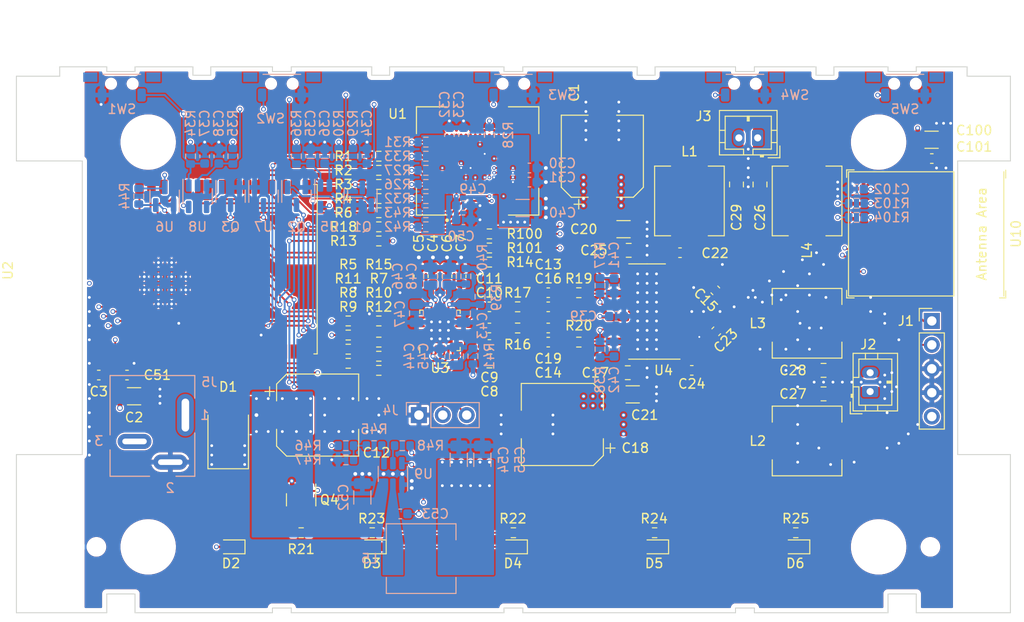
<source format=kicad_pcb>
(kicad_pcb (version 20211014) (generator pcbnew)
  (title_block (title "Connie") (rev "0.1") (company "Gingerologist"))
  (layers (0 "F.Cu" signal) (1 "In1.Cu" signal) (2 "In2.Cu" signal) (31 "B.Cu" signal) (34 "B.Paste" user) (35 "F.Paste" user) (36 "B.SilkS" user "B.Silkscreen") (37 "F.SilkS" user "F.Silkscreen") (38 "B.Mask" user) (39 "F.Mask" user) (44 "Edge.Cuts" user))
  (net 0 "")
  (net 1 "Net-(C4-Pad2)")
  (net 16 "GND")
  (net 17 "+3V3")
  (net 18 "/ROUT1")
  (net 19 "/LOUT1")
  (net 20 "/RXD0")
  (net 21 "/TXD0")
  (net 22 "Net-(C48-Pad2)")
  (net 23 "Net-(C43-Pad2)")
  (net 24 "Net-(C8-Pad2)")
  (net 25 "/OUTNL2")
  (net 26 "/OUTPL2")
  (net 27 "/OUTPR")
  (net 28 "/OUTNR")
  (net 29 "/OUTNL")
  (net 30 "/OUTPL")
  (net 31 "/MCLK")
  (net 32 "/SCLK")
  (net 33 "/SCL")
  (net 34 "/SDA")
  (net 35 "Net-(C10-Pad1)")
  (net 36 "Net-(C10-Pad2)")
  (net 37 "Net-(C11-Pad1)")
  (net 38 "Net-(C11-Pad2)")
  (net 39 "Net-(C13-Pad1)")
  (net 40 "Net-(C14-Pad1)")
  (net 41 "Net-(C15-Pad2)")
  (net 42 "/POWER")
  (net 43 "/PLAY")
  (net 44 "/VOL-")
  (net 45 "/CMD")
  (net 46 "/D0")
  (net 47 "/PA")
  (net 48 "Net-(C22-Pad2)")
  (net 49 "/DATN")
  (net 50 "/DAT0")
  (net 51 "+15V")
  (net 52 "/PWRSW")
  (net 53 "Net-(C47-Pad2)")
  (net 54 "Net-(C39-Pad1)")
  (net 55 "Net-(C41-Pad1)")
  (net 56 "Net-(C42-Pad1)")
  (net 57 "Net-(C44-Pad2)")
  (net 58 "Net-(C49-Pad2)")
  (net 59 "Net-(D6-Pad1)")
  (net 60 "Net-(C53-Pad1)")
  (net 62 "/LED")
  (net 63 "Net-(R43-Pad2)")
  (net 64 "Net-(R7-Pad2)")
  (net 65 "Net-(R21-Pad1)")
  (net 66 "Net-(R8-Pad2)")
  (net 67 "/LRCK")
  (net 68 "Net-(R9-Pad2)")
  (net 69 "/DIN")
  (net 70 "Net-(R10-Pad2)")
  (net 71 "/EN")
  (net 72 "Net-(D5-Pad1)")
  (net 73 "Net-(R45-Pad2)")
  (net 74 "/DOUT")
  (net 75 "Net-(R12-Pad2)")
  (net 76 "Net-(R15-Pad2)")
  (net 77 "/CLK")
  (net 78 "Net-(R18-Pad2)")
  (net 79 "Net-(D2-Pad1)")
  (net 80 "Net-(D3-Pad1)")
  (net 81 "Net-(D4-Pad1)")
  (net 82 "/TXD1")
  (net 87 "Net-(R19-Pad1)")
  (net 88 "/DAT1")
  (net 89 "/D1")
  (net 90 "/D2")
  (net 91 "/DAT2")
  (net 92 "/D3")
  (net 93 "/DAT3")
  (net 94 "Net-(R20-Pad1)")
  (net 95 "Net-(R22-Pad1)")
  (net 96 "Net-(R28-Pad2)")
  (net 97 "Net-(R37-Pad1)")
  (net 98 "Net-(R38-Pad1)")
  (net 99 "Net-(R45-Pad1)")
  (net 132 "/C3_RXD1")
  (net 133 "/C3_TXD1")
  (net 134 "Net-(C23-Pad2)")
  (net 135 "Net-(C24-Pad2)")
  (net 136 "/OUTPR2")
  (net 137 "/OUTNR2")
  (net 138 "/VOL+")
  (net 139 "/MODE")
  (net 140 "Net-(Q1-Pad1)")
  (net 141 "Net-(Q3-Pad1)")
  (net 142 "Net-(Q4-Pad3)")
  (net 143 "Net-(R22-Pad2)")
  (net 144 "Net-(R24-Pad1)")
  (net 145 "Net-(R48-Pad2)")
  (net 146 "/RXD1")
  (net 147 "Net-(R103-Pad2)")
  (net 148 "/C3_TXD0")
  (net 149 "/C3_RXD0")
  (net 150 "Net-(J1-Pad5)")
  (net 151 "Net-(R104-Pad2)")
  (footprint "Capacitor_SMD:C_0805_2012Metric" (layer "F.Cu") (at 200.05 43.5 180)
    (fp_text reference "C25")
    (fp_text value "0.1u")
  )
  (footprint "Resistor_SMD:R_0603_1608Metric" (layer "F.Cu") (at 172.8 73.5 180)
    (fp_text reference "R23")
    (fp_text value "100")
  )
  (footprint "Library:MountingHole_2.8mm_M2.5" (layer "F.Cu") (at 226.6 75)
    (fp_text reference "H5" hide)
    (fp_text value "MountingHole")
  )
  (footprint "Library:Sunlord_MWSA0603_6.6x7.1_H3.0" (layer "F.Cu") (at 219 63.75 180)
    (fp_text reference "L2")
    (fp_text value "10uH")
  )
  (footprint "Capacitor_SMD:C_0603_1608Metric" (layer "F.Cu") (at 209.25 47.75 135)
    (fp_text reference "C15")
    (fp_text value "1u")
  )
  (footprint "Library:EMMC_BGA153" (layer "F.Cu") (at 184 34 90)
    (fp_text reference "U1")
    (fp_text value "emmc_bga153")
  )
  (footprint "Resistor_SMD:R_0603_1608Metric" (layer "F.Cu") (at 188.25 49.5)
    (fp_text reference "R17")
    (fp_text value "10")
  )
  (footprint "Capacitor_SMD:C_1206_3216Metric" (layer "F.Cu") (at 232.225 31.75 180)
    (fp_text reference "C100")
    (fp_text value "22u")
  )
  (footprint "Connector_JST:JST_PH_B2B-PH-K_1x02_P2.00mm_Vertical" (layer "F.Cu") (at 213.75 31.55 180)
    (fp_text reference "J3")
    (fp_text value "Conn_01x02")
  )
  (footprint "Espressif:ESP32-WROVER-E_Thermal_Vias" (layer "F.Cu") (at 151.25 45.5 90)
    (fp_text reference "U2")
    (fp_text value "ESP32_WROVER")
  )
  (footprint "Resistor_SMD:R_0603_1608Metric" (layer "F.Cu") (at 170.25 52.5)
    (fp_text reference "R11")
    (fp_text value "2.2k")
  )
  (footprint "Resistor_SMD:R_0603_1608Metric" (layer "F.Cu") (at 173.5 42.5 180)
    (fp_text reference "R13")
    (fp_text value "100k")
  )
  (footprint "Resistor_SMD:R_0603_1608Metric" (layer "F.Cu") (at 202.8 73.5 180)
    (fp_text reference "R24")
    (fp_text value "100")
  )
  (footprint "Library:MountingHole_2.8mm_M2.5" (layer "F.Cu") (at 149 75)
    (fp_text reference "H3" hide)
    (fp_text value "MountingHole")
  )
  (footprint "Capacitor_SMD:C_0805_2012Metric" (layer "F.Cu") (at 220.75 56.25 180)
    (fp_text reference "C28")
    (fp_text value "0.47u")
  )
  (footprint "Resistor_SMD:R_0603_1608Metric" (layer "F.Cu") (at 170.25 51)
    (fp_text reference "R5")
    (fp_text value "2.2k")
  )
  (footprint "Capacitor_SMD:C_0603_1608Metric" (layer "F.Cu") (at 146.75 56.75 180)
    (fp_text reference "C51")
    (fp_text value "0.1u")
  )
  (footprint "Resistor_SMD:R_0603_1608Metric" (layer "F.Cu") (at 194.75 48 180)
    (fp_text reference "R19")
    (fp_text value "10")
  )
  (footprint "Resistor_SMD:R_0603_1608Metric" (layer "F.Cu") (at 185.25 43.25)
    (fp_text reference "R101")
    (fp_text value "1k")
  )
  (footprint "Resistor_SMD:R_0603_1608Metric" (layer "F.Cu") (at 173.5 39.5)
    (fp_text reference "R6")
    (fp_text value "33")
  )
  (footprint "Resistor_SMD:R_0603_1608Metric" (layer "F.Cu") (at 173.5 53.25)
    (fp_text reference "R7")
    (fp_text value "33")
  )
  (footprint "Library:QFN-28_EP_4x4_Pitch0.45mm" (layer "F.Cu") (at 180 52 90)
    (fp_text reference "U3")
    (fp_text value "ES8388")
  )
  (footprint "LED_SMD:LED_0603_1608Metric" (layer "F.Cu") (at 172.8 75 180)
    (fp_text reference "D3")
    (fp_text value "LED")
  )
  (footprint "LED_SMD:LED_0603_1608Metric" (layer "F.Cu") (at 217.8 75 180)
    (fp_text reference "D6")
    (fp_text value "LED")
  )
  (footprint "Capacitor_SMD:CP_Elec_8x10.5" (layer "F.Cu") (at 197.25 33.5 90)
    (fp_text reference "C1")
    (fp_text value "220u")
  )
  (footprint "Capacitor_SMD:C_1206_3216Metric" (layer "F.Cu") (at 147.5 59 180)
    (fp_text reference "C2")
    (fp_text value "22u")
  )
  (footprint "Resistor_SMD:R_0603_1608Metric" (layer "F.Cu") (at 187.8 73.5 180)
    (fp_text reference "R22")
    (fp_text value "100")
  )
  (footprint "Capacitor_SMD:C_0805_2012Metric" (layer "F.Cu") (at 211.5 36.5 -90)
    (fp_text reference "C29")
    (fp_text value "0.47u")
  )
  (footprint "Library:MountingHole_1.7mm" (layer "F.Cu") (at 143.5 75)
    (fp_text reference "H4" hide)
    (fp_text value "MountingHole")
  )
  (footprint "Capacitor_SMD:C_0603_1608Metric" (layer "F.Cu") (at 191.5 51.75)
    (fp_text reference "C19")
    (fp_text value "47p")
  )
  (footprint "Library:MountingHole_2.8mm_M2.5" (layer "F.Cu") (at 149 32)
    (fp_text reference "H1" hide)
    (fp_text value "MountingHole" hide)
  )
  (footprint "Capacitor_SMD:C_1206_3216Metric" (layer "F.Cu") (at 200.475 58.8 180)
    (fp_text reference "C21")
    (fp_text value "22u")
  )
  (footprint "Capacitor_SMD:C_0805_2012Metric" (layer "F.Cu") (at 214 36.5 90)
    (fp_text reference "C26")
    (fp_text value "0.47u")
  )
  (footprint "Diode_SMD:D_SMB" (layer "F.Cu") (at 157.5 63.15 90)
    (fp_text reference "D1")
    (fp_text value " SMBJ15CA")
  )
  (footprint "Capacitor_SMD:C_0603_1608Metric" (layer "F.Cu") (at 205.5 43.75 180)
    (fp_text reference "C22")
    (fp_text value "1u")
  )
  (footprint "Library:MountingHole_2.8mm_M2.5" (layer "F.Cu") (at 226.6 32)
    (fp_text reference "H2" hide)
    (fp_text value "MountingHole")
  )
  (footprint "LED_SMD:LED_0603_1608Metric" (layer "F.Cu") (at 202.8 75 180)
    (fp_text reference "D5")
    (fp_text value "LED")
  )
  (footprint "Resistor_SMD:R_0603_1608Metric" (layer "F.Cu") (at 173.5 56.25)
    (fp_text reference "R12")
    (fp_text value "33")
  )
  (footprint "Resistor_SMD:R_0603_1608Metric" (layer "F.Cu") (at 217.8 73.5 180)
    (fp_text reference "R25")
    (fp_text value "100")
  )
  (footprint "Espressif:ESP32-C3-MINI-1" (layer "F.Cu") (at 229 41.75 -90)
    (fp_text reference "U10")
    (fp_text value "ESP32-C3-mini-1")
  )
  (footprint "Library:Sunlord_MWSA0603_6.6x7.1_H3.0" (layer "F.Cu") (at 219 51.25 180)
    (fp_text reference "L3")
    (fp_text value "10uH")
  )
  (footprint "Capacitor_SMD:C_0603_1608Metric" (layer "F.Cu") (at 191.5 49.5 180)
    (fp_text reference "C16")
    (fp_text value "47p")
  )
  (footprint "Resistor_SMD:R_0603_1608Metric" (layer "F.Cu") (at 173.5 36.5)
    (fp_text reference "R3")
    (fp_text value "33")
  )
  (footprint "Library:Sunlord_MWSA0603_6.6x7.1_H3.0" (layer "F.Cu") (at 206.5 38.25 -90)
    (fp_text reference "L1")
    (fp_text value "10uH")
  )
  (footprint "Capacitor_SMD:CP_Elec_8x10.5" (layer "F.Cu") (at 193 62 180)
    (fp_text reference "C18")
    (fp_text value "220u")
  )
  (footprint "Resistor_SMD:R_0603_1608Metric" (layer "F.Cu") (at 165.25 73.5 180)
    (fp_text reference "R21")
    (fp_text value "100")
  )
  (footprint "Resistor_SMD:R_0603_1608Metric" (layer "F.Cu") (at 185.25 41.75)
    (fp_text reference "R100")
    (fp_text value "1k")
  )
  (footprint "Capacitor_SMD:C_0603_1608Metric" (layer "F.Cu") (at 206.75 56.25 180)
    (fp_text reference "C24")
    (fp_text value "1u")
  )
  (footprint "Resistor_SMD:R_0603_1608Metric" (layer "F.Cu") (at 170.25 54)
    (fp_text reference "R8")
    (fp_text value "33")
  )
  (footprint "Library:MountingHole_1.7mm" (layer "F.Cu") (at 232.1 75)
    (fp_text reference "H6" hide)
    (fp_text value "MountingHole")
  )
  (footprint "Resistor_SMD:R_0603_1608Metric" (layer "F.Cu") (at 173.5 51)
    (fp_text reference "R15")
    (fp_text value "33")
  )
  (footprint "Capacitor_SMD:C_0603_1608Metric" (layer "F.Cu") (at 191.5 53.25 180)
    (fp_text reference "C14")
    (fp_text value "2.2u")
  )
  (footprint "Capacitor_SMD:C_0805_2012Metric" (layer "F.Cu") (at 199.95 56.5 180)
    (fp_text reference "C17")
    (fp_text value "0.1u")
  )
  (footprint "Resistor_SMD:R_0603_1608Metric" (layer "F.Cu") (at 188.25 51.75)
    (fp_text reference "R16")
    (fp_text value "10")
  )
  (footprint "Capacitor_SMD:C_0603_1608Metric" (layer "F.Cu") (at 191.5 48 180)
    (fp_text reference "C13")
    (fp_text value "2.2u")
  )
  (footprint "Capacitor_SMD:C_0603_1608Metric" (layer "F.Cu") (at 185.25 51.75)
    (fp_text reference "C10")
    (fp_text value "2.2u")
  )
  (footprint "Capacitor_SMD:C_0603_1608Metric" (layer "F.Cu") (at 180.75 46.25 -90)
    (fp_text reference "C6")
    (fp_text value "0.1u")
  )
  (footprint "Capacitor_SMD:C_0603_1608Metric" (layer "F.Cu") (at 179.25 46.25 -90)
    (fp_text reference "C4")
    (fp_text value "0.1u")
  )
  (footprint "Resistor_SMD:R_0603_1608Metric" (layer "F.Cu") (at 170.25 55.5)
    (fp_text reference "R9")
    (fp_text value "33")
  )
  (footprint "Resistor_SMD:R_0603_1608Metric" (layer "F.Cu") (at 173.5 54.75)
    (fp_text reference "R10")
    (fp_text value "33")
  )
  (footprint "Capacitor_SMD:C_0603_1608Metric" (layer "F.Cu") (at 185.25 49.5)
    (fp_text reference "C11")
    (fp_text value "2.2u")
  )
  (footprint "Capacitor_SMD:C_1206_3216Metric" (layer "F.Cu") (at 199.5 41.25 180)
    (fp_text reference "C20")
    (fp_text value "22u")
  )
  (footprint "Resistor_SMD:R_0603_1608Metric" (layer "F.Cu") (at 173.5 33.5)
    (fp_text reference "R1")
    (fp_text value "33")
  )
  (footprint "Capacitor_SMD:C_0603_1608Metric" (layer "F.Cu") (at 209.35 52.1 -135)
    (fp_text reference "C23")
    (fp_text value "1u")
  )
  (footprint "Capacitor_SMD:C_0603_1608Metric" (layer "F.Cu") (at 177.75 46.25 -90)
    (fp_text reference "C5")
    (fp_text value "0.1u")
  )
  (footprint "Library:Sunlord_MWSA0603_6.6x7.1_H3.0" (layer "F.Cu") (at 219 38.25 -90)
    (fp_text reference "L4")
    (fp_text value "10uH")
  )
  (footprint "Library:CS8676E_SOP-16_3.9x9.9mm_P1.27mm" (layer "F.Cu") (at 202 50 180)
    (fp_text reference "U4")
    (fp_text value "CS8676E")
  )
  (footprint "Resistor_SMD:R_0603_1608Metric" (layer "F.Cu") (at 194.75 53.25 180)
    (fp_text reference "R20")
    (fp_text value "10")
  )
  (footprint "Capacitor_SMD:C_0805_2012Metric" (layer "F.Cu") (at 220.75 58.75)
    (fp_text reference "C27")
    (fp_text value "0.47u")
  )
  (footprint "Capacitor_SMD:C_0603_1608Metric" (layer "F.Cu") (at 182.25 46.25 -90)
    (fp_text reference "C7")
    (fp_text value "0.1u")
  )
  (footprint "Capacitor_SMD:CP_Elec_8x10.5" (layer "F.Cu") (at 167 61)
    (fp_text reference "C12")
    (fp_text value "220u")
  )
  (footprint "Capacitor_SMD:C_0603_1608Metric" (layer "F.Cu") (at 185.25 53.5 180)
    (fp_text reference "C9")
    (fp_text value "0.1u")
  )
  (footprint "Resistor_SMD:R_0603_1608Metric" (layer "F.Cu") (at 173.5 41)
    (fp_text reference "R18")
    (fp_text value "33")
  )
  (footprint "Resistor_SMD:R_0603_1608Metric" (layer "F.Cu") (at 173.5 38)
    (fp_text reference "R4")
    (fp_text value "33")
  )
  (footprint "Capacitor_SMD:C_0603_1608Metric" (layer "F.Cu") (at 232.25 33.75)
    (fp_text reference "C101")
    (fp_text value "0.1u")
  )
  (footprint "Connector_PinHeader_2.54mm:PinHeader_1x05_P2.54mm_Vertical" (layer "F.Cu") (at 232.25 51)
    (fp_text reference "J1")
    (fp_text value "Conn_01x05")
  )
  (footprint "Connector_JST:JST_PH_B2B-PH-K_1x02_P2.00mm_Vertical" (layer "F.Cu") (at 225.7 58.5 90)
    (fp_text reference "J2")
    (fp_text value "Conn_01x02")
  )
  (footprint "Resistor_SMD:R_0603_1608Metric" (layer "F.Cu") (at 185.25 44.75 180)
    (fp_text reference "R14")
    (fp_text value "10k")
  )
  (footprint "Package_TO_SOT_SMD:SOT-23" (layer "F.Cu") (at 165.25 70 -90)
    (fp_text reference "Q4")
    (fp_text value "DTC143Z")
  )
  (footprint "Capacitor_SMD:C_0603_1608Metric" (layer "F.Cu") (at 143.75 56.75 180)
    (fp_text reference "C3")
    (fp_text value "0.1u")
  )
  (footprint "LED_SMD:LED_0603_1608Metric" (layer "F.Cu") (at 187.8 75 180)
    (fp_text reference "D4")
    (fp_text value "LED")
  )
  (footprint "LED_SMD:LED_0603_1608Metric" (layer "F.Cu") (at 157.8 75 180)
    (fp_text reference "D2")
    (fp_text value "LED")
  )
  (footprint "Capacitor_SMD:C_0805_2012Metric" (layer "F.Cu") (at 185.25 55.25 180)
    (fp_text reference "C8")
    (fp_text value "10u")
  )
  (footprint "Resistor_SMD:R_0603_1608Metric" (layer "F.Cu") (at 173.5 35)
    (fp_text reference "R2")
    (fp_text value "33")
  )
  (footprint "Connector_PinHeader_2.54mm:PinHeader_1x03_P2.54mm_Vertical" (layer "B.Cu") (at 177.76 61 -90)
    (fp_text reference "J4")
    (fp_text value "Conn_01x03")
  )
  (footprint "Library:DIP_1188E" (layer "B.Cu") (at 212.4 25.8 180)
    (fp_text reference "SW4")
    (fp_text value "DIP_1188E")
  )
  (footprint "Library:DIP_1188E" (layer "B.Cu") (at 146.2 25.8 180)
    (fp_text reference "SW1")
    (fp_text value "DIP_1188E")
  )
  (footprint "Resistor_SMD:R_0603_1608Metric" (layer "B.Cu") (at 170 64.25)
    (fp_text reference "R46")
    (fp_text value "40.2k")
  )
  (footprint "Capacitor_SMD:C_1206_3216Metric" (layer "B.Cu") (at 182 65.75 -90)
    (fp_text reference "C54")
    (fp_text value "22u")
  )
  (footprint "Resistor_SMD:R_0603_1608Metric" (layer "B.Cu") (at 170 65.75 180)
    (fp_text reference "R47")
    (fp_text value "13k")
  )
  (footprint "Resistor_SMD:R_0603_1608Metric" (layer "B.Cu") (at 170.75 33.5 -90)
    (fp_text reference "R29")
    (fp_text value "10k")
  )
  (footprint "Resistor_SMD:R_0603_1608Metric" (layer "B.Cu") (at 183.5 54.75 -90)
    (fp_text reference "R41")
    (fp_text value "0")
  )
  (footprint "Package_TO_SOT_SMD:SOT-23" (layer "B.Cu") (at 157.75 37.75 -90)
    (fp_text reference "Q3")
    (fp_text value "DTC143Z")
  )
  (footprint "Resistor_SMD:R_0603_1608Metric" (layer "B.Cu") (at 178.5 39.5 180)
    (fp_text reference "R43")
    (fp_text value "10k")
  )
  (footprint "Resistor_SMD:R_0603_1608Metric" (layer "B.Cu") (at 169.25 33.5 -90)
    (fp_text reference "R30")
    (fp_text value "10k")
  )
  (footprint "Capacitor_SMD:C_0805_2012Metric" (layer "B.Cu") (at 181.75 54.75 -90)
    (fp_text reference "C45")
    (fp_text value "10u")
  )
  (footprint "Resistor_SMD:R_0603_1608Metric" (layer "B.Cu") (at 178.5 36.5 180)
    (fp_text reference "R26")
    (fp_text value "10k")
  )
  (footprint "Capacitor_SMD:C_0805_2012Metric" (layer "B.Cu") (at 177.5 50.2 90)
    (fp_text reference "C47")
    (fp_text value "10u")
  )
  (footprint "Capacitor_SMD:C_0603_1608Metric" (layer "B.Cu") (at 175.775 71.5 180)
    (fp_text reference "C53")
    (fp_text value "1u")
  )
  (footprint "Resistor_SMD:R_0603_1608Metric" (layer "B.Cu") (at 148 37.75 -90)
    (fp_text reference "R44")
    (fp_text value "10k")
  )
  (footprint "Capacitor_SMD:C_0805_2012Metric" (layer "B.Cu") (at 181 46.25 -90)
    (fp_text reference "C48")
    (fp_text value "10u")
  )
  (footprint "Capacitor_SMD:C_0603_1608Metric" (layer "B.Cu") (at 189.5 36.25 180)
    (fp_text reference "C31")
    (fp_text value "2.2u")
  )
  (footprint "Capacitor_SMD:C_0603_1608Metric" (layer "B.Cu") (at 189.5 34.75 180)
    (fp_text reference "C30")
    (fp_text value "0.1u")
  )
  (footprint "Capacitor_SMD:C_0603_1608Metric" (layer "B.Cu") (at 182.5 38.75 180)
    (fp_text reference "C49")
    (fp_text value "0.1u")
  )
  (footprint "Resistor_SMD:R_0603_1608Metric" (layer "B.Cu") (at 178.5 33.5 180)
    (fp_text reference "R33")
    (fp_text value "10k")
  )
  (footprint "Capacitor_SMD:C_0603_1608Metric" (layer "B.Cu") (at 198.5 47.25 -90)
    (fp_text reference "C41")
    (fp_text value "2.2u")
  )
  (footprint "Capacitor_SMD:C_1206_3216Metric" (layer "B.Cu") (at 184.5 65.75 -90)
    (fp_text reference "C55")
    (fp_text value "22u")
  )
  (footprint "Resistor_SMD:R_0603_1608Metric" (layer "B.Cu") (at 224.25 40)
    (fp_text reference "R104")
    (fp_text value "10k")
  )
  (footprint "Package_TO_SOT_SMD:SOT-23-6" (layer "B.Cu") (at 175 67.25 90)
    (fp_text reference "U9")
    (fp_text value "TPS562200")
  )
  (footprint "Library:DIP_1188E" (layer "B.Cu") (at 187.8 25.8 180)
    (fp_text reference "SW3")
    (fp_text value "DIP_1188E")
  )
  (footprint "Capacitor_SMD:C_0603_1608Metric" (layer "B.Cu") (at 172.25 33.5 90)
    (fp_text reference "C34")
    (fp_text value "0.1u")
  )
  (footprint "Capacitor_SMD:C_1206_3216Metric" (layer "B.Cu") (at 171.75 69.75 -90)
    (fp_text reference "C52")
    (fp_text value "22u")
  )
  (footprint "Library:DIP_1188E" (layer "B.Cu") (at 163.2 25.8 180)
    (fp_text reference "SW2")
    (fp_text value "DIP_1188E")
  )
  (footprint "Capacitor_SMD:C_0603_1608Metric" (layer "B.Cu") (at 198.5 54 90)
    (fp_text reference "C42")
    (fp_text value "2.2u")
  )
  (footprint "Resistor_SMD:R_0603_1608Metric" (layer "B.Cu") (at 178.5 32 180)
    (fp_text reference "R31")
    (fp_text value "10k")
  )
  (footprint "Capacitor_SMD:C_0603_1608Metric" (layer "B.Cu") (at 224.25 37)
    (fp_text reference "C102")
    (fp_text value "0.1u")
  )
  (footprint "Package_TO_SOT_SMD:SOT-23" (layer "B.Cu") (at 164.75 37.75 -90)
    (fp_text reference "Q2")
    (fp_text value "DTC143Z")
  )
  (footprint "Resistor_SMD:R_0603_1608Metric" (layer "B.Cu") (at 158 33.5 90)
    (fp_text reference "R35")
    (fp_text value "10k")
  )
  (footprint "Package_TO_SOT_SMD:SOT-23" (layer "B.Cu") (at 150.75 37.75 90)
    (fp_text reference "U6")
    (fp_text value "MAX803")
  )
  (footprint "Capacitor_SMD:C_0603_1608Metric" (layer "B.Cu") (at 182.5 31.25 -90)
    (fp_text reference "C33")
    (fp_text value "2.2u")
  )
  (footprint "Resistor_SMD:R_0603_1608Metric" (layer "B.Cu") (at 178.5 35 180)
    (fp_text reference "R27")
    (fp_text value "10k")
  )
  (footprint "Library:DIP_1188E" (layer "B.Cu") (at 229.4 25.8 180)
    (fp_text reference "SW5")
    (fp_text value "DIP_1188E")
  )
  (footprint "Resistor_SMD:R_0603_1608Metric" (layer "B.Cu") (at 178.5 38 180)
    (fp_text reference "R32")
    (fp_text value "10k")
  )
  (footprint "Package_TO_SOT_SMD:SOT-23-5" (layer "B.Cu") (at 168.25 37.75 -90)
    (fp_text reference "U5")
    (fp_text value "74LVC1G02")
  )
  (footprint "Resistor_SMD:R_0603_1608Metric" (layer "B.Cu") (at 153.5 33.5 -90)
    (fp_text reference "R34")
    (fp_text value "10k")
  )
  (footprint "Capacitor_SMD:C_0603_1608Metric" (layer "B.Cu") (at 181 31.25 -90)
    (fp_text reference "C32")
    (fp_text value "0.1u")
  )
  (footprint "Package_TO_SOT_SMD:SOT-23" (layer "B.Cu") (at 171.75 37.75 90)
    (fp_text reference "Q1")
    (fp_text value "DTC143Z")
  )
  (footprint "Resistor_SMD:R_0603_1608Metric" (layer "B.Cu") (at 197 47.25 90)
    (fp_text reference "R37")
    (fp_text value "10")
  )
  (footprint "Resistor_SMD:R_0603_1608Metric" (layer "B.Cu") (at 182.75 46.25 90)
    (fp_text reference "R40")
    (fp_text value "0")
  )
  (footprint "Capacitor_SMD:C_0603_1608Metric" (layer "B.Cu") (at 198.75 50.5)
    (fp_text reference "C39")
    (fp_text value "1u, 0603, 16V")
  )
  (footprint "Capacitor_SMD:C_0805_2012Metric" (layer "B.Cu") (at 182.5 50.2 90)
    (fp_text reference "C43")
    (fp_text value "10u")
  )
  (footprint "Capacitor_SMD:C_1206_3216Metric" (layer "B.Cu") (at 188.775 39 180)
    (fp_text reference "C40")
    (fp_text value "22u")
  )
  (footprint "Library:69410X402002" (layer "B.Cu") (at 149.45 61 180)
    (fp_text reference "J5")
    (fp_text value "Barrel_Jack_Switch")
  )
  (footprint "Capacitor_SMD:C_0603_1608Metric" (layer "B.Cu") (at 155 33.5 -90)
    (fp_text reference "C37")
    (fp_text value "0.1u")
  )
  (footprint "Capacitor_SMD:C_0603_1608Metric" (layer "B.Cu") (at 156.5 33.5 90)
    (fp_text reference "C38")
    (fp_text value "0.1u")
  )
  (footprint "Capacitor_SMD:C_0603_1608Metric" (layer "B.Cu") (at 180 54.75 -90)
    (fp_text reference "C44")
    (fp_text value "0.1u")
  )
  (footprint "Resistor_SMD:R_0603_1608Metric" (layer "B.Cu") (at 184.25 48.425 90)
    (fp_text reference "R39")
    (fp_text value "0")
  )
  (footprint "Resistor_SMD:R_0603_1608Metric" (layer "B.Cu") (at 197 54 -90)
    (fp_text reference "R38")
    (fp_text value "10")
  )
  (footprint "Capacitor_SMD:C_0603_1608Metric" (layer "B.Cu") (at 182.5 40.25 180)
    (fp_text reference "C50")
    (fp_text value "2.2u")
  )
  (footprint "Resistor_SMD:R_0603_1608Metric" (layer "B.Cu") (at 164.75 33.5 -90)
    (fp_text reference "R36")
    (fp_text value "10k")
  )
  (footprint "Resistor_SMD:R_0603_1608Metric" (layer "B.Cu") (at 173 64.25 180)
    (fp_text reference "R45")
    (fp_text value "10k")
  )
  (footprint "Package_TO_SOT_SMD:SOT-23" (layer "B.Cu") (at 161.25 37.75 -90)
    (fp_text reference "U7")
    (fp_text value "MAX803")
  )
  (footprint "Capacitor_SMD:C_0603_1608Metric" (layer "B.Cu") (at 167.75 33.5 90)
    (fp_text reference "C36")
    (fp_text value "0.1u")
  )
  (footprint "Capacitor_SMD:C_0603_1608Metric" (layer "B.Cu") (at 166.25 33.5 90)
    (fp_text reference "C35")
    (fp_text value "0.1u")
  )
  (footprint "Resistor_SMD:R_0603_1608Metric" (layer "B.Cu") (at 224.25 38.5)
    (fp_text reference "R103")
    (fp_text value "10k")
  )
  (footprint "Resistor_SMD:R_0603_1608Metric" (layer "B.Cu") (at 185.25 31.25 90)
    (fp_text reference "R28")
    (fp_text value "10k")
  )
  (footprint "Resistor_SMD:R_0603_1608Metric" (layer "B.Cu") (at 176 64.25 180)
    (fp_text reference "R48")
    (fp_text value "100k")
  )
  (footprint "Package_TO_SOT_SMD:SOT-23-5" (layer "B.Cu") (at 154.25 37.75 -90)
    (fp_text reference "U8")
    (fp_text value "74LVC1G02")
  )
  (footprint "Capacitor_SMD:C_0805_2012Metric" (layer "B.Cu") (at 179 46.25 -90)
    (fp_text reference "C46")
    (fp_text value "10u")
  )
  (footprint "Library:Sunlord_MWSA0603_6.6x7.1_H3.0" (layer "B.Cu") (at 178 76.25)
    (fp_text reference "L5")
    (fp_text value "10uH")
  )
  (footprint "Resistor_SMD:R_0603_1608Metric" (layer "B.Cu") (at 178.5 41 180)
    (fp_text reference "R42")
    (fp_text value "10k")
  )
  (gr_line (start 221.85 24) (end 227.6 24) (layer "Edge.Cuts") (width 0.1))
  (gr_line (start 186.8 81.5) (end 188.8 81.5) (layer "Edge.Cuts") (width 0.1))
  (gr_line (start 164.2 82) (end 186.8 82) (layer "Edge.Cuts") (width 0.1))
  (gr_line (start 221.85 24.9) (end 219.95 24.9) (layer "Edge.Cuts") (width 0.1))
  (gr_line (start 221.85 24.9) (end 221.85 24) (layer "Edge.Cuts") (width 0.1))
  (gr_line (start 230.6 80) (end 230.6 82) (layer "Edge.Cuts") (width 0.1))
  (gr_line (start 213.4 24) (end 219.950041 24) (layer "Edge.Cuts") (width 0.1))
  (gr_line (start 240.6 65.2) (end 240.6 82) (layer "Edge.Cuts") (width 0.1))
  (gr_line (start 142 34) (end 135 34) (layer "Edge.Cuts") (width 0.1))
  (gr_line (start 202.850075 24.000003) (end 211.4 24.000003) (layer "Edge.Cuts") (width 0.1))
  (gr_line (start 135 34) (end 135 25) (layer "Edge.Cuts") (width 0.1))
  (gr_line (start 135 65.2) (end 142 65.2) (layer "Edge.Cuts") (width 0.1))
  (gr_line (start 211.4 24) (end 211.4 24.5) (layer "Edge.Cuts") (width 0.1))
  (gr_line (start 174.65 24.9) (end 172.75 24.9) (layer "Edge.Cuts") (width 0.1))
  (gr_line (start 164.2 81.5) (end 164.2 82) (layer "Edge.Cuts") (width 0.1))
  (gr_line (start 155.65017 24) (end 162.2 24) (layer "Edge.Cuts") (width 0.1))
  (gr_line (start 162.2 82) (end 162.2 81.5) (layer "Edge.Cuts") (width 0.1))
  (gr_line (start 240.6 25) (end 240.6 34) (layer "Edge.Cuts") (width 0.1))
  (gr_line (start 213.4 81.5) (end 213.4 82) (layer "Edge.Cuts") (width 0.1))
  (gr_line (start 202.85 24.9) (end 200.95 24.9) (layer "Edge.Cuts") (width 0.1))
  (gr_line (start 155.65 24.9) (end 153.75 24.9) (layer "Edge.Cuts") (width 0.1))
  (gr_line (start 172.75 24.9) (end 172.75 24) (layer "Edge.Cuts") (width 0.1))
  (gr_line (start 139.6 24) (end 144.6 24) (layer "Edge.Cuts") (width 0.1))
  (gr_line (start 235 34) (end 235 65.2) (layer "Edge.Cuts") (width 0.1))
  (gr_line (start 240.6 34) (end 235 34) (layer "Edge.Cuts") (width 0.1))
  (gr_line (start 135 82) (end 135 65.2) (layer "Edge.Cuts") (width 0.1))
  (gr_line (start 147.6 24.5) (end 147.6 24) (layer "Edge.Cuts") (width 0.1))
  (gr_line (start 227.6 24) (end 227.6 24.5) (layer "Edge.Cuts") (width 0.1))
  (gr_line (start 142 65.2) (end 142 34) (layer "Edge.Cuts") (width 0.1))
  (gr_line (start 174.650132 24) (end 186.8 24) (layer "Edge.Cuts") (width 0.1))
  (gr_line (start 135 25) (end 139.6 25) (layer "Edge.Cuts") (width 0.1))
  (gr_line (start 202.85 24.9) (end 202.85 24) (layer "Edge.Cuts") (width 0.1))
  (gr_line (start 153.75 24.9) (end 153.75 24) (layer "Edge.Cuts") (width 0.1))
  (gr_line (start 188.8 82) (end 211.4 82) (layer "Edge.Cuts") (width 0.1))
  (gr_line (start 186.8 82) (end 186.8 81.5) (layer "Edge.Cuts") (width 0.1))
  (gr_line (start 236 25) (end 240.6 25) (layer "Edge.Cuts") (width 0.1))
  (gr_line (start 155.65 24.9) (end 155.65 24) (layer "Edge.Cuts") (width 0.1))
  (gr_line (start 162.2 81.5) (end 164.2 81.5) (layer "Edge.Cuts") (width 0.1))
  (gr_line (start 147.6 24) (end 153.75 24) (layer "Edge.Cuts") (width 0.1))
  (gr_line (start 164.2 24.5) (end 164.2 24) (layer "Edge.Cuts") (width 0.1))
  (gr_line (start 162.2 24.5) (end 164.2 24.5) (layer "Edge.Cuts") (width 0.1))
  (gr_line (start 135 82) (end 144.6 82) (layer "Edge.Cuts") (width 0.1))
  (gr_line (start 144.6 24) (end 144.6 24.5) (layer "Edge.Cuts") (width 0.1))
  (gr_line (start 188.8 24.5) (end 188.8 24) (layer "Edge.Cuts") (width 0.1))
  (gr_line (start 200.95 24.9) (end 200.95 24) (layer "Edge.Cuts") (width 0.1))
  (gr_line (start 188.8 81.5) (end 188.8 82) (layer "Edge.Cuts") (width 0.1))
  (gr_line (start 227.6 82) (end 227.6 80) (layer "Edge.Cuts") (width 0.1))
  (gr_line (start 213.4 24.5) (end 213.4 24) (layer "Edge.Cuts") (width 0.1))
  (gr_line (start 211.4 81.5) (end 213.4 81.5) (layer "Edge.Cuts") (width 0.1))
  (gr_line (start 186.8 24.5) (end 188.8 24.5) (layer "Edge.Cuts") (width 0.1))
  (gr_line (start 211.4 24.5) (end 213.4 24.5) (layer "Edge.Cuts") (width 0.1))
  (gr_line (start 219.95 24.9) (end 219.95 24) (layer "Edge.Cuts") (width 0.1))
  (gr_line (start 213.4 82) (end 227.6 82) (layer "Edge.Cuts") (width 0.1))
  (gr_line (start 236 25) (end 236 24) (layer "Edge.Cuts") (width 0.1))
  (gr_line (start 188.8 24.000003) (end 200.950079 24.000003) (layer "Edge.Cuts") (width 0.1))
  (gr_line (start 230.6 82) (end 240.6 82) (layer "Edge.Cuts") (width 0.1))
  (gr_line (start 186.8 24) (end 186.8 24.5) (layer "Edge.Cuts") (width 0.1))
  (gr_line (start 230.6 24.5) (end 230.6 24) (layer "Edge.Cuts") (width 0.1))
  (gr_line (start 164.2 24.000003) (end 172.750136 24.000003) (layer "Edge.Cuts") (width 0.1))
  (gr_line (start 240.6 65.2) (end 235 65.2) (layer "Edge.Cuts") (width 0.1))
  (gr_line (start 227.6 80) (end 230.6 80) (layer "Edge.Cuts") (width 0.1))
  (gr_line (start 211.4 82) (end 211.4 81.5) (layer "Edge.Cuts") (width 0.1))
  (gr_line (start 174.65 24.9) (end 174.65 24) (layer "Edge.Cuts") (width 0.1))
  (gr_line (start 144.6 80) (end 147.6 80) (layer "Edge.Cuts") (width 0.1))
  (gr_line (start 227.6 24.5) (end 230.6 24.5) (layer "Edge.Cuts") (width 0.1))
  (gr_line (start 144.6 82) (end 144.6 80) (layer "Edge.Cuts") (width 0.1))
  (gr_line (start 230.6 24) (end 236 24) (layer "Edge.Cuts") (width 0.1))
  (gr_line (start 144.6 24.5) (end 147.6 24.5) (layer "Edge.Cuts") (width 0.1))
  (gr_line (start 139.6 25) (end 139.6 24) (layer "Edge.Cuts") (width 0.1))
  (gr_line (start 162.2 24) (end 162.2 24.5) (layer "Edge.Cuts") (width 0.1))
  (gr_line (start 147.6 80) (end 147.6 82) (layer "Edge.Cuts") (width 0.1))
  (gr_line (start 147.6 82) (end 162.2 82) (layer "Edge.Cuts") (width 0.1))
  (via (at 142.75 47) (size 0.5) (drill 0.3) (layers "F.Cu" "B.Cu") (net 0))
  (segment (start 179.25 47.025) (end 179.25 48.5) (width 0.2) (layer "F.Cu") (net 1))
  (segment (start 179.25 48.5) (end 179.55 48.8) (width 0.2) (layer "F.Cu") (net 1))
  (segment (start 179.55 50) (end 179.55 48.8) (width 0.2) (layer "F.Cu") (net 1))
  (segment (start 179.55 48.8) (end 179.5 48.75) (width 0.2) (layer "F.Cu") (net 1))
  (via (at 179.5 48.75) (size 0.5) (drill 0.3) (layers "F.Cu" "B.Cu") (net 1))
  (segment (start 179 48.25) (end 179.5 48.75) (width 0.5) (layer "B.Cu") (net 1))
  (segment (start 179 47.2) (end 179 48.25) (width 0.5) (layer "B.Cu") (net 1))
  (segment (start 187.25 34.75) (end 187.75 34.75) (width 0.2) (layer "F.Cu") (net 16))
  (segment (start 184.25 32.75) (end 184.25 32.25) (width 0.2) (layer "F.Cu") (net 16))
  (segment (start 186.75 37.25) (end 186.75 37.75) (width 0.2) (layer "F.Cu") (net 16))
  (segment (start 185.25 33.75) (end 185.75 33.75) (width 0.2) (layer "F.Cu") (net 16))
  (segment (start 184.75 35.25) (end 184.75 35.75) (width 0.2) (layer "F.Cu") (net 16))
  (segment (start 180 50) (end 180 48.25) (width 0.2) (layer "F.Cu") (net 16))
  (segment (start 186.75 35.25) (end 186.75 34.75) (width 0.2) (layer "F.Cu") (net 16))
  (segment (start 187.25 35.75) (end 187.75 35.75) (width 0.2) (layer "F.Cu") (net 16))
  (segment (start 180 54) (end 180 52.9) (width 0.2) (layer "F.Cu") (net 16))
  (segment (start 180.75 34.75) (end 180.25 34.75) (width 0.2) (layer "F.Cu") (net 16))
  (segment (start 164.3 69.0625) (end 164.3 68.05) (width 0.2) (layer "F.Cu") (net 16))
  (segment (start 186.75 36.75) (end 186.75 37.25) (width 0.2) (layer "F.Cu") (net 16))
  (segment (start 182.25 35.75) (end 182.75 35.75) (width 0.2) (layer "F.Cu") (net 16))
  (segment (start 172.675 51) (end 172.675 50.425) (width 0.2) (layer "F.Cu") (net 16))
  (segment (start 181.75 35.75) (end 182.25 35.75) (width 0.2) (layer "F.Cu") (net 16))
  (segment (start 183.75 35.25) (end 183.75 35.75) (width 0.2) (layer "F.Cu") (net 16))
  (segment (start 187.25 34.75) (end 186.75 34.75) (width 0.2) (layer "F.Cu") (net 16))
  (segment (start 160.775 54.25) (end 160.75 54.225) (width 0.2) (layer "F.Cu") (net 16))
  (segment (start 182.75 34.25) (end 182.25 34.25) (width 0.2) (layer "F.Cu") (net 16))
  (segment (start 164.3 68.05) (end 164.25 68) (width 0.2) (layer "F.Cu") (net 16))
  (segment (start 160.75 52.75) (end 161 52.5) (width 0.2) (layer "F.Cu") (net 16))
  (segment (start 172.675 50.425) (end 172.5 50.25) (width 0.2) (layer "F.Cu") (net 16))
  (segment (start 160.75 54.225) (end 160.75 52.75) (width 0.2) (layer "F.Cu") (net 16))
  (via (at 220.75 45) (size 0.5) (drill 0.3) (layers "F.Cu" "B.Cu") (net 16))
  (via (at 202 51) (size 0.5) (drill 0.3) (layers "F.Cu" "B.Cu") (net 16))
  (via (at 218 50) (size 0.5) (drill 0.3) (layers "F.Cu" "B.Cu") (net 16))
  (via (at 202 41.25) (size 0.5) (drill 0.3) (layers "F.Cu" "B.Cu") (net 16))
  (via (at 192 62) (size 0.5) (drill 0.3) (layers "F.Cu" "B.Cu") (net 16))
  (via (at 199 29.75) (size 0.5) (drill 0.3) (layers "F.Cu" "B.Cu") (net 16))
  (via (at 206.75 50) (size 0.5) (drill 0.3) (layers "F.Cu" "B.Cu") (net 16))
  (via (at 186.75 37.75) (size 0.4) (drill 0.2) (layers "F.Cu" "B.Cu") (net 16))
  (via (at 201 46) (size 0.5) (drill 0.3) (layers "F.Cu" "B.Cu") (net 16))
  (via (at 142.75 65.25) (size 0.5) (drill 0.3) (layers "F.Cu" "B.Cu") (net 16))
  (via (at 215 46.75) (size 0.5) (drill 0.3) (layers "F.Cu" "B.Cu") (net 16))
  (via (at 227.25 59.25) (size 0.5) (drill 0.3) (layers "F.Cu" "B.Cu") (net 16))
  (via (at 184.25 38.75) (size 0.5) (drill 0.3) (layers "F.Cu" "B.Cu") (net 16))
  (via (at 182.75 35.75) (size 0.4) (drill 0.2) (layers "F.Cu" "B.Cu") (net 16))
  (via (at 182.25 34.25) (size 0.4) (drill 0.2) (layers "F.Cu" "B.Cu") (net 16))
  (via (at 221 48.5) (size 0.5) (drill 0.3) (layers "F.Cu" "B.Cu") (net 16))
  (via (at 171.75 67.25) (size 0.6) (drill 0.4) (layers "F.Cu" "B.Cu") (net 16))
  (via (at 195.5 29.75) (size 0.5) (drill 0.3) (layers "F.Cu" "B.Cu") (net 16))
  (via (at 227.5 60.75) (size 0.5) (drill 0.3) (layers "F.Cu" "B.Cu") (net 16))
  (via (at 155.75 65.25) (size 0.5) (drill 0.3) (layers "F.Cu" "B.Cu") (net 16))
  (via (at 167.75 62.75) (size 0.5) (drill 0.3) (layers "F.Cu" "B.Cu") (net 16))
  (via (at 203 53) (size 0.5) (drill 0.3) (layers "F.Cu" "B.Cu") (net 16))
  (via (at 202 42) (size 0.5) (drill 0.3) (layers "F.Cu" "B.Cu") (net 16))
  (via (at 218 60) (size 0.5) (drill 0.3) (layers "F.Cu" "B.Cu") (net 16))
  (via (at 222.25 37.75) (size 0.5) (drill 0.3) (layers "F.Cu" "B.Cu") (net 16))
  (via (at 220.5 51.75) (size 0.5) (drill 0.3) (layers "F.Cu" "B.Cu") (net 16))
  (via (at 142.75 50) (size 0.5) (drill 0.3) (layers "F.Cu" "B.Cu") (net 16))
  (via (at 169.25 59.25) (size 0.5) (drill 0.3) (layers "F.Cu" "B.Cu") (net 16))
  (via (at 202 53) (size 0.5) (drill 0.3) (layers "F.Cu" "B.Cu") (net 16))
  (via (at 227.25 56.75) (size 0.5) (drill 0.3) (layers "F.Cu" "B.Cu") (net 16))
  (via (at 212.75 48.5) (size 0.5) (drill 0.3) (layers "F.Cu" "B.Cu") (net 16))
  (via (at 209.75 50) (size 0.5) (drill 0.3) (layers "F.Cu" "B.Cu") (net 16))
  (via (at 225.75 48.5) (size 0.5) (drill 0.3) (layers "F.Cu" "B.Cu") (net 16))
  (via (at 227.5 64.5) (size 0.5) (drill 0.3) (layers "F.Cu" "B.Cu") (net 16))
  (via (at 187.75 34.75) (size 0.4) (drill 0.2) (layers "F.Cu" "B.Cu") (net 16))
  (via (at 218 56) (size 0.5) (drill 0.3) (layers "F.Cu" "B.Cu") (net 16))
  (via (at 218 58) (size 0.5) (drill 0.3) (layers "F.Cu" "B.Cu") (net 16))
  (via (at 191.25 38) (size 0.6) (drill 0.4) (layers "F.Cu" "B.Cu") (net 16))
  (via (at 202 47) (size 0.5) (drill 0.3) (layers "F.Cu" "B.Cu") (net 16))
  (via (at 227.25 51.25) (size 0.5) (drill 0.3) (layers "F.Cu" "B.Cu") (net 16))
  (via (at 201 47) (size 0.5) (drill 0.3) (layers "F.Cu" "B.Cu") (net 16))
  (via (at 203 58.75) (size 0.5) (drill 0.3) (layers "F.Cu" "B.Cu") (net 16))
  (via (at 185.75 33.75) (size 0.4) (drill 0.2) (layers "F.Cu" "B.Cu") (net 16))
  (via (at 159.25 64.25) (size 0.5) (drill 0.3) (layers "F.Cu" "B.Cu") (net 16))
  (via (at 220.25 64.5) (size 0.5) (drill 0.3) (layers "F.Cu" "B.Cu") (net 16))
  (via (at 214 54) (size 0.5) (drill 0.3) (layers "F.Cu" "B.Cu") (net 16))
  (via (at 227.25 58) (size 0.5) (drill 0.3) (layers "F.Cu" "B.Cu") (net 16))
  (via (at 211.25 49.5) (size 0.5) (drill 0.3) (layers "F.Cu" "B.Cu") (net 16))
  (via (at 155.75 66.25) (size 0.5) (drill 0.3) (layers "F.Cu" "B.Cu") (net 16))
  (via (at 177.75 44.25) (size 0.6) (drill 0.4) (layers "F.Cu" "B.Cu") (net 16))
  (via (at 164.25 68) (size 0.5) (drill 0.3) (layers "F.Cu" "B.Cu") (net 16))
  (via (at 195.5 30.75) (size 0.5) (drill 0.3) (layers "F.Cu" "B.Cu") (net 16))
  (via (at 175 67.25) (size 0.6) (drill 0.4) (layers "F.Cu" "B.Cu") (net 16))
  (via (at 175.75 48) (size 0.5) (drill 0.3) (layers "F.Cu" "B.Cu") (net 16))
  (via (at 212.75 35.75) (size 0.5) (drill 0.3) (layers "F.Cu" "B.Cu") (net 16))
  (via (at 202 40.5) (size 0.5) (drill 0.3) (layers "F.Cu" "B.Cu") (net 16))
  (via (at 184.25 32.25) (size 0.4) (drill 0.2) (layers "F.Cu" "B.Cu") (net 16))
  (via (at 142.75 59.25) (size 0.5) (drill 0.3) (layers "F.Cu" "B.Cu") (net 16))
  (via (at 195.5 31.75) (size 0.5) (drill 0.3) (layers "F.Cu" "B.Cu") (net 16))
  (via (at 202 54) (size 0.5) (drill 0.3) (layers "F.Cu" "B.Cu") (net 16))
  (via (at 182.25 44.25) (size 0.6) (drill 0.4) (layers "F.Cu" "B.Cu") (net 16))
  (via (at 170.75 62.75) (size 0.5) (drill 0.3) (layers "F.Cu" "B.Cu") (net 16))
  (via (at 144 28) (size 0.5) (drill 0.3) (layers "F.Cu" "B.Cu") (net 16))
  (via (at 233.75 34.75) (size 0.5) (drill 0.3) (layers "F.Cu" "B.Cu") (net 16))
  (via (at 212.75 33.75) (size 0.5) (drill 0.3) (layers "F.Cu" "B.Cu") (net 16))
  (via (at 142.75 62.25) (size 0.5) (drill 0.3) (layers "F.Cu" "B.Cu") (net 16))
  (via (at 195.5 27.75) (size 0.5) (drill 0.3) (layers "F.Cu" "B.Cu") (net 16))
  (via (at 203 47) (size 0.5) (drill 0.3) (layers "F.Cu" "B.Cu") (net 16))
  (via (at 225.75 50) (size 0.5) (drill 0.3) (layers "F.Cu" "B.Cu") (net 16))
  (via (at 220.75 57.5) (size 0.5) (drill 0.3) (layers "F.Cu" "B.Cu") (net 16))
  (via (at 218 64) (size 0.5) (drill 0.3) (layers "F.Cu" "B.Cu") (net 16))
  (via (at 203 46) (size 0.5) (drill 0.3) (layers "F.Cu" "B.Cu") (net 16))
  (via (at 203 49) (size 0.5) (drill 0.3) (layers "F.Cu" "B.Cu") (net 16))
  (via (at 180 51.1) (size 0.5) (drill 0.3) (layers "F.Cu" "B.Cu") (net 16))
  (via (at 172.5 50.25) (size 0.5) (drill 0.3) (layers "F.Cu" "B.Cu") (net 16))
  (via (at 224 66) (size 0.5) (drill 0.3) (layers "F.Cu" "B.Cu") (net 16))
  (via (at 179.1 51.1) (size 0.5) (drill 0.3) (layers "F.Cu" "B.Cu") (net 16))
  (via (at 228.75 64) (size 0.5) (drill 0.3) (layers "F.Cu" "B.Cu") (net 16))
  (via (at 214.25 49) (size 0.5) (drill 0.3) (layers "F.Cu" "B.Cu") (net 16))
  (via (at 172.25 62.75) (size 0.5) (drill 0.3) (layers "F.Cu" "B.Cu") (net 16))
  (via (at 142.75 63.75) (size 0.5) (drill 0.3) (layers "F.Cu" "B.Cu") (net 16))
  (via (at 199 31.75) (size 0.5) (drill 0.3) (layers "F.Cu" "B.Cu") (net 16))
  (via (at 180 52.9) (size 0.5) (drill 0.3) (layers "F.Cu" "B.Cu") (net 16))
  (via (at 201 52) (size 0.5) (drill 0.3) (layers "F.Cu" "B.Cu") (net 16))
  (via (at 180.9 51.1) (size 0.5) (drill 0.3) (layers "F.Cu" "B.Cu") (net 16))
  (via (at 186.5 62) (size 0.5) (drill 0.3) (layers "F.Cu" "B.Cu") (net 16))
  (via (at 203 48) (size 0.5) (drill 0.3) (layers "F.Cu" "B.Cu") (net 16))
  (via (at 218 53) (size 0.5) (drill 0.3) (layers "F.Cu" "B.Cu") (net 16))
  (via (at 187.75 35.75) (size 0.4) (drill 0.2) (layers "F.Cu" "B.Cu") (net 16))
  (via (at 203 52) (size 0.5) (drill 0.3) (layers "F.Cu" "B.Cu") (net 16))
  (via (at 142.75 55.5) (size 0.5) (drill 0.3) (layers "F.Cu" "B.Cu") (net 16))
  (via (at 180 52) (size 0.5) (drill 0.3) (layers "F.Cu" "B.Cu") (net 16))
  (via (at 206.95 47.45) (size 0.5) (drill 0.3) (layers "F.Cu" "B.Cu") (net 16))
  (via (at 212.75 36.75) (size 0.5) (drill 0.3) (layers "F.Cu" "B.Cu") (net 16))
  (via (at 150.25 58.25) (size 0.5) (drill 0.3) (layers "F.Cu" "B.Cu") (net 16))
  (via (at 180.9 52) (size 0.5) (drill 0.3) (layers "F.Cu" "B.Cu") (net 16))
  (via (at 202 46) (size 0.5) (drill 0.3) (layers "F.Cu" "B.Cu") (net 16))
  (via (at 203 54) (size 0.5) (drill 0.3) (layers "F.Cu" "B.Cu") (net 16))
  (via (at 212.75 32.75) (size 0.5) (drill 0.3) (layers "F.Cu" "B.Cu") (net 16))
  (via (at 219.25 46) (size 0.5) (drill 0.3) (layers "F.Cu" "B.Cu") (net 16))
  (via (at 228.75 53) (size 0.5) (drill 0.3) (layers "F.Cu" "B.Cu") (net 16))
  (via (at 201 48) (size 0.5) (drill 0.3) (layers "F.Cu" "B.Cu") (net 16))
  (via (at 172.25 32) (size 0.5) (drill 0.3) (layers "F.Cu" "B.Cu") (net 16))
  (via (at 208 50) (size 0.5) (drill 0.3) (layers "F.Cu" "B.Cu") (net 16))
  (via (at 228 58.5) (size 0.5) (drill 0.3) (layers "F.Cu" "B.Cu") (net 16))
  (via (at 177 68) (size 0.6) (drill 0.4) (layers "F.Cu" "B.Cu") (net 16))
  (via (at 172.25 59.25) (size 0.5) (drill 0.3) (layers "F.Cu" "B.Cu") (net 16))
  (via (at 169.25 62.75) (size 0.5) (drill 0.3) (layers "F.Cu" "B.Cu") (net 16))
  (via (at 221.5 66.25) (size 0.5) (drill 0.3) (layers "F.Cu" "B.Cu") (net 16))
  (via (at 150.25 59.75) (size 0.5) (drill 0.3) (layers "F.Cu" "B.Cu") (net 16))
  (via (at 184.25 40.25) (size 0.5) (drill 0.3) (layers "F.Cu" "B.Cu") (net 16))
  (via (at 222.25 36.25) (size 0.5) (drill 0.3) (layers "F.Cu" "B.Cu") (net 16))
  (via (at 202 43) (size 0.5) (drill 0.3) (layers "F.Cu" "B.Cu") (net 16))
  (via (at 168.5 65.75) (size 0.5) (drill 0.3) (layers "F.Cu" "B.Cu") (net 16))
  (via (at 159.25 66.25) (size 0.5) (drill 0.3) (layers "F.Cu" "B.Cu") (net 16))
  (via (at 218 47.25) (size 0.5) (drill 0.3) (layers "F.Cu" "B.Cu") (net 16))
  (via (at 218.5 44.5) (size 0.5) (drill 0.3) (layers "F.Cu" "B.Cu") (net 16))
  (via (at 218.25 51.25) (size 0.5) (drill 0.3) (layers "F.Cu" "B.Cu") (net 16))
  (via (at 216.75 56.25) (size 0.5) (drill 0.3) (layers "F.Cu" "B.Cu") (net 16))
  (via (at 227.25 50.25) (size 0.5) (drill 0.3) (layers "F.Cu" "B.Cu") (net 16))
  (via (at 222.25 37) (size 0.5) (drill 0.3) (layers "F.Cu" "B.Cu") (net 16))
  (via (at 210 45) (size 0.5) (drill 0.3) (layers "F.Cu" "B.Cu") (net 16))
  (via (at 222.75 57.5) (size 0.5) (drill 0.3) (layers "F.Cu" "B.Cu") (net 16))
  (via (at 181 29.75) (size 0.5) (drill 0.3) (layers "F.Cu" "B.Cu") (net 16))
  (via (at 195.5 28.75) (size 0.5) (drill 0.3) (layers "F.Cu" "B.Cu") (net 16))
  (via (at 216.25 48.75) (size 0.5) (drill 0.3) (layers "F.Cu" "B.Cu") (net 16))
  (via (at 202 56) (size 0.5) (drill 0.3) (layers "F.Cu" "B.Cu") (net 16))
  (via (at 202 57) (size 0.5) (drill 0.3) (layers "F.Cu" "B.Cu") (net 16))
  (via (at 180 48.25) (size 0.5) (drill 0.3) (layers "F.Cu" "B.Cu") (net 16))
  (via (at 147.5 55.5) (size 0.5) (drill 0.3) (layers "F.Cu" "B.Cu") (net 16))
  (via (at 213.25 47.75) (size 0.5) (drill 0.3) (layers "F.Cu" "B.Cu") (net 16))
  (via (at 184.75 35.75) (size 0.4) (drill 0.2) (layers "F.Cu" "B.Cu") (net 16))
  (via (at 224.75 57.5) (size 0.5) (drill 0.3) (layers "F.Cu" "B.Cu") (net 16))
  (via (at 199 27.75) (size 0.5) (drill 0.3) (layers "F.Cu" "B.Cu") (net 16))
  (via (at 183.75 35.75) (size 0.4) (drill 0.2) (layers "F.Cu" "B.Cu") (net 16))
  (via (at 203 50) (size 0.5) (drill 0.3) (layers "F.Cu" "B.Cu") (net 16))
  (via (at 203 59.5) (size 0.5) (drill 0.3) (layers "F.Cu" "B.Cu") (net 16))
  (via (at 201 51) (size 0.5) (drill 0.3) (layers "F.Cu" "B.Cu") (net 16))
  (via (at 155.75 64.25) (size 0.5) (drill 0.3) (layers "F.Cu" "B.Cu") (net 16))
  (via (at 202 44) (size 0.5) (drill 0.3) (layers "F.Cu" "B.Cu") (net 16))
  (via (at 201 53) (size 0.5) (drill 0.3) (layers "F.Cu" "B.Cu") (net 16))
  (via (at 186.5 63) (size 0.5) (drill 0.3) (layers "F.Cu" "B.Cu") (net 16))
  (via (at 173.5 62.75) (size 0.5) (drill 0.3) (layers "F.Cu" "B.Cu") (net 16))
  (via (at 142.75 48.5) (size 0.5) (drill 0.3) (layers "F.Cu" "B.Cu") (net 16))
  (via (at 155 32) (size 0.5) (drill 0.3) (layers "F.Cu" "B.Cu") (net 16))
  (via (at 167.75 59.25) (size 0.5) (drill 0.3) (layers "F.Cu" "B.Cu") (net 16))
  (via (at 203 51) (size 0.5) (drill 0.3) (layers "F.Cu" "B.Cu") (net 16))
  (via (at 142.75 57.75) (size 0.5) (drill 0.3) (layers "F.Cu" "B.Cu") (net 16))
  (via (at 199 30.75) (size 0.5) (drill 0.3) (layers "F.Cu" "B.Cu") (net 16))
  (via (at 199 28.75) (size 0.5) (drill 0.3) (layers "F.Cu" "B.Cu") (net 16))
  (via (at 229.75 63) (size 0.5) (drill 0.3) (layers "F.Cu" "B.Cu") (net 16))
  (via (at 173.5 59.25) (size 0.5) (drill 0.3) (layers "F.Cu" "B.Cu") (net 16))
  (via (at 232.75 30) (size 0.5) (drill 0.3) (layers "F.Cu" "B.Cu") (net 16))
  (via (at 172.5 67.25) (size 0.6) (drill 0.4) (layers "F.Cu" "B.Cu") (net 16))
  (via (at 202 50) (size 0.5) (drill 0.3) (layers "F.Cu" "B.Cu") (net 16))
  (via (at 191.25 39) (size 0.6) (drill 0.4) (layers "F.Cu" "B.Cu") (net 16))
  (via (at 177 68.75) (size 0.6) (drill 0.4) (layers "F.Cu" "B.Cu") (net 16))
  (via (at 212.75 34.75) (size 0.5) (drill 0.3) (layers "F.Cu" "B.Cu") (net 16))
  (via (at 191.25 40) (size 0.6) (drill 0.4) (layers "F.Cu" "B.Cu") (net 16))
  (via (at 202 48) (size 0.5) (drill 0.3) (layers "F.Cu" "B.Cu") (net 16))
  (via (at 232.75 34.75) (size 0.5) (drill 0.3) (layers "F.Cu" "B.Cu") (net 16))
  (via (at 228.5 58) (size 0.5) (drill 0.3) (layers "F.Cu" "B.Cu") (net 16))
  (via (at 167.75 61) (size 0.5) (drill 0.3) (layers "F.Cu" "B.Cu") (net 16))
  (via (at 218 62) (size 0.5) (drill 0.3) (layers "F.Cu" "B.Cu") (net 16))
  (via (at 207.55 52.7) (size 0.4) (drill 0.2) (layers "F.Cu" "B.Cu") (net 16))
  (via (at 171 47.5) (size 0.5) (drill 0.3) (layers "F.Cu" "B.Cu") (net 16))
  (via (at 201 49) (size 0.5) (drill 0.3) (layers "F.Cu" "B.Cu") (net 16))
  (via (at 142.75 60.75) (size 0.5) (drill 0.3) (layers "F.Cu" "B.Cu") (net 16))
  (via (at 180.25 34.75) (size 0.4) (drill 0.2) (layers "F.Cu" "B.Cu") (net 16))
  (via (at 201 54) (size 0.5) (drill 0.3) (layers "F.Cu" "B.Cu") (net 16))
  (via (at 192 63) (size 0.5) (drill 0.3) (layers "F.Cu" "B.Cu") (net 16))
  (via (at 179.1 52) (size 0.5) (drill 0.3) (layers "F.Cu" "B.Cu") (net 16))
  (via (at 159.25 65.25) (size 0.5) (drill 0.3) (layers "F.Cu" "B.Cu") (net 16))
  (via (at 171 67.25) (size 0.6) (drill 0.4) (layers "F.Cu" "B.Cu") (net 16))
  (via (at 192 61) (size 0.5) (drill 0.3) (layers "F.Cu" "B.Cu") (net 16))
  (via (at 174 67.25) (size 0.6) (drill 0.4) (layers "F.Cu" "B.Cu") (net 16))
  (via (at 219.75 57.5) (size 0.5) (drill 0.3) (layers "F.Cu" "B.Cu") (net 16))
  (via (at 179.25 44.25) (size 0.6) (drill 0.4) (layers "F.Cu" "B.Cu") (net 16))
  (via (at 218 66) (size 0.5) (drill 0.3) (layers "F.Cu" "B.Cu") (net 16))
  (via (at 226.75 57.5) (size 0.5) (drill 0.3) (layers "F.Cu" "B.Cu") (net 16))
  (via (at 142.75 51.5) (size 0.5) (drill 0.3) (layers "F.Cu" "B.Cu") (net 16))
  (via (at 161 52.5) (size 0.5) (drill 0.3) (layers "F.Cu" "B.Cu") (net 16))
  (via (at 230.75 62) (size 0.5) (drill 0.3) (layers "F.Cu" "B.Cu") (net 16))
  (via (at 150.25 59) (size 0.5) (drill 0.3) (layers "F.Cu" "B.Cu") (net 16))
  (via (at 180.9 52.9) (size 0.5) (drill 0.3) (layers "F.Cu" "B.Cu") (net 16))
  (via (at 142.75 53) (size 0.5) (drill 0.3) (layers "F.Cu" "B.Cu") (net 16))
  (via (at 191.25 34.75) (size 0.6) (drill 0.4) (layers "F.Cu" "B.Cu") (net 16))
  (via (at 219.25 54) (size 0.5) (drill 0.3) (layers "F.Cu" "B.Cu") (net 16))
  (via (at 167.75 32) (size 0.5) (drill 0.3) (layers "F.Cu" "B.Cu") (net 16))
  (via (at 215.25 48.25) (size 0.5) (drill 0.3) (layers "F.Cu" "B.Cu") (net 16))
  (via (at 170.75 59.25) (size 0.5) (drill 0.3) (layers "F.Cu" "B.Cu") (net 16))
  (via (at 220 43.75) (size 0.5) (drill 0.3) (layers "F.Cu" "B.Cu") (net 16))
  (via (at 191.25 36.25) (size 0.6) (drill 0.4) (layers "F.Cu" "B.Cu") (net 16))
  (via (at 223.75 57.5) (size 0.5) (drill 0.3) (layers "F.Cu" "B.Cu") (net 16))
  (via (at 203 58) (size 0.5) (drill 0.3) (layers "F.Cu" "B.Cu") (net 16))
  (via (at 166.25 32) (size 0.5) (drill 0.3) (layers "F.Cu" "B.Cu") (net 16))
  (via (at 234.25 30) (size 0.5) (drill 0.3) (layers "F.Cu" "B.Cu") (net 16))
  (via (at 156.5 32) (size 0.5) (drill 0.3) (layers "F.Cu" "B.Cu") (net 16))
  (via (at 186.5 61) (size 0.5) (drill 0.3) (layers "F.Cu" "B.Cu") (net 16))
  (via (at 202 49) (size 0.5) (drill 0.3) (layers "F.Cu" "B.Cu") (net 16))
  (via (at 176 67.25) (size 0.6) (drill 0.4) (layers "F.Cu" "B.Cu") (net 16))
  (via (at 201 50) (size 0.5) (drill 0.3) (layers "F.Cu" "B.Cu") (net 16))
  (via (at 213.5 48.5) (size 0.5) (drill 0.3) (layers "F.Cu" "B.Cu") (net 16))
  (via (at 219.25 48.25) (size 0.5) (drill 0.3) (layers "F.Cu" "B.Cu") (net 16))
  (via (at 173.5 61) (size 0.5) (drill 0.3) (layers "F.Cu" "B.Cu") (net 16))
  (via (at 233.5 30) (size 0.5) (drill 0.3) (layers "F.Cu" "B.Cu") (net 16))
  (via (at 221.75 57.5) (size 0.5) (drill 0.3) (layers "F.Cu" "B.Cu") (net 16))
  (via (at 202 52) (size 0.5) (drill 0.3) (layers "F.Cu" "B.Cu") (net 16))
  (via (at 216.5 45.75) (size 0.5) (drill 0.3) (layers "F.Cu" "B.Cu") (net 16))
  (via (at 219.25 51.75) (size 0.5) (drill 0.3) (layers "F.Cu" "B.Cu") (net 16))
  (via (at 228 56.5) (size 0.5) (drill 0.3) (layers "F.Cu" "B.Cu") (net 16))
  (via (at 179.1 52.9) (size 0.5) (drill 0.3) (layers "F.Cu" "B.Cu") (net 16))
  (via (at 152.25 51.25) (size 0.5) (drill 0.3) (layers "F.Cu" "B.Cu") (net 16))
  (via (at 216.75 54) (size 0.5) (drill 0.3) (layers "F.Cu" "B.Cu") (net 16))
  (via (at 182.5 29.75) (size 0.5) (drill 0.3) (layers "F.Cu" "B.Cu") (net 16))
  (via (at 216.75 48.25) (size 0.5) (drill 0.3) (layers "F.Cu" "B.Cu") (net 16))
  (via (at 180.75 44.25) (size 0.6) (drill 0.4) (layers "F.Cu" "B.Cu") (net 16))
  (segment (start 166.25 32) (end 166.25 32.725) (width 0.2) (layer "B.Cu") (net 16))
  (segment (start 155 32.725) (end 155 32) (width 0.2) (layer "B.Cu") (net 16))
  (segment (start 169.175 65.75) (end 168.5 65.75) (width 0.2) (layer "B.Cu") (net 16))
  (segment (start 144.1 27) (end 144.1 27.9) (width 0.2) (layer "B.Cu") (net 16))
  (segment (start 144.1 27.9) (end 144 28) (width 0.2) (layer "B.Cu") (net 16))
  (segment (start 172.25 32) (end 172.25 32.725) (width 0.2) (layer "B.Cu") (net 16))
  (segment (start 167.75 32) (end 167.75 32.725) (width 0.2) (layer "B.Cu") (net 16))
  (segment (start 156.5 32) (end 156.5 32.725) (width 0.2) (layer "B.Cu") (net 16))
  (segment (start 231.4 35.85) (end 231.4 33.825) (width 0.5) (layer "F.Cu") (net 17))
  (segment (start 144.5 56.725) (end 144.525 56.75) (width 0.5) (layer "F.Cu") (net 17))
  (segment (start 185.25 33.25) (end 184.75 33.25) (width 0.2) (layer "F.Cu") (net 17))
  (segment (start 144.5 54.485) (end 144.5 56.725) (width 0.5) (layer "F.Cu") (net 17))
  (segment (start 146 60.25) (end 146 59.025) (width 0.5) (layer "F.Cu") (net 17))
  (segment (start 231.475 32.475) (end 230.75 31.75) (width 0.5) (layer "F.Cu") (net 17))
  (segment (start 168.5625 51) (end 169.4875 51) (width 0.2) (layer "F.Cu") (net 17))
  (segment (start 182.75 34.75) (end 183.25 34.75) (width 0.2) (layer "F.Cu") (net 17))
  (segment (start 183.25 35.25) (end 183.25 34.75) (width 0.2) (layer "F.Cu") (net 17))
  (segment (start 186.75 35.75) (end 186.25 35.75) (width 0.2) (layer "F.Cu") (net 17))
  (segment (start 144.525 57.5) (end 144.525 56.75) (width 0.5) (layer "F.Cu") (net 17))
  (segment (start 168.5 52.5) (end 169.425 52.5) (width 0.2) (layer "F.Cu") (net 17))
  (segment (start 187.25 35.25) (end 187.75 35.25) (width 0.2) (layer "F.Cu") (net 17))
  (segment (start 231.4 33.825) (end 231.475 33.75) (width 0.5) (layer "F.Cu") (net 17))
  (segment (start 181.75 34.75) (end 182.25 34.75) (width 0.2) (layer "F.Cu") (net 17))
  (segment (start 184.75 32.75) (end 184.75 33.25) (width 0.2) (layer "F.Cu") (net 17))
  (segment (start 146 59.025) (end 146.025 59) (width 0.5) (layer "F.Cu") (net 17))
  (segment (start 230.75 31.75) (end 230.75 30.5) (width 0.5) (layer "F.Cu") (net 17))
  (segment (start 174.325 42.5) (end 175 42.5) (width 0.2) (layer "F.Cu") (net 17))
  (segment (start 231.475 33.75) (end 231.475 32.475) (width 0.5) (layer "F.Cu") (net 17))
  (segment (start 144.265 54.25) (end 144.5 54.485) (width 0.5) (layer "F.Cu") (net 17))
  (segment (start 146.025 59) (end 144.525 57.5) (width 0.5) (layer "F.Cu") (net 17))
  (segment (start 186.25 35.75) (end 185.75 35.75) (width 0.2) (layer "F.Cu") (net 17))
  (segment (start 187.25 36.25) (end 187.75 36.25) (width 0.2) (layer "F.Cu") (net 17))
  (via (at 183.25 34.75) (size 0.4) (drill 0.2) (layers "F.Cu" "B.Cu") (net 17))
  (via (at 180.25 66) (size 0.5) (drill 0.3) (layers "F.Cu" "B.Cu") (net 17))
  (via (at 185.25 66) (size 0.5) (drill 0.3) (layers "F.Cu" "B.Cu") (net 17))
  (via (at 183.5 56.75) (size 0.5) (drill 0.3) (layers "F.Cu" "B.Cu") (net 17))
  (via (at 187.5 40.5) (size 0.5) (drill 0.3) (layers "F.Cu" "B.Cu") (net 17))
  (via (at 184.25 68.5) (size 0.5) (drill 0.3) (layers "F.Cu" "B.Cu") (net 17))
  (via (at 183.25 66) (size 0.5) (drill 0.3) (layers "F.Cu" "B.Cu") (net 17))
  (via (at 222.25 38.5) (size 0.5) (drill 0.3) (layers "F.Cu" "B.Cu") (net 17))
  (via (at 184.75 33.25) (size 0.4) (drill 0.2) (layers "F.Cu" "B.Cu") (net 17))
  (via (at 189 40.5) (size 0.5) (drill 0.3) (layers "F.Cu" "B.Cu") (net 17))
  (via (at 187.75 36.25) (size 0.4) (drill 0.2) (layers "F.Cu" "B.Cu") (net 17))
  (via (at 222.25 40) (size 0.5) (drill 0.3) (layers "F.Cu" "B.Cu") (net 17))
  (via (at 186.75 40.5) (size 0.5) (drill 0.3) (layers "F.Cu" "B.Cu") (net 17))
  (via (at 182.25 34.75) (size 0.4) (drill 0.2) (layers "F.Cu" "B.Cu") (net 17))
  (via (at 181.25 68.5) (size 0.5) (drill 0.3) (layers "F.Cu" "B.Cu") (net 17))
  (via (at 168.25 38.75) (size 0.5) (drill 0.3) (layers "F.Cu" "B.Cu") (net 17))
  (via (at 168.5 64.25) (size 0.5) (drill 0.3) (layers "F.Cu" "B.Cu") (net 17))
  (via (at 168.5 51) (size 0.5) (drill 0.3) (layers "F.Cu" "B.Cu") (net 17))
  (via (at 170.75 32) (size 0.5) (drill 0.3) (layers "F.Cu" "B.Cu") (net 17))
  (via (at 185.25 68.5) (size 0.5) (drill 0.3) (layers "F.Cu" "B.Cu") (net 17))
  (via (at 150.75 35.5) (size 0.5) (drill 0.3) (layers "F.Cu" "B.Cu") (net 17))
  (via (at 180.25 68.5) (size 0.5) (drill 0.3) (layers "F.Cu" "B.Cu") (net 17))
  (via (at 182.25 66) (size 0.5) (drill 0.3) (layers "F.Cu" "B.Cu") (net 17))
  (via (at 175 42.5) (size 0.5) (drill 0.3) (layers "F.Cu" "B.Cu") (net 17))
  (via (at 184.25 46) (size 0.5) (drill 0.3) (layers "F.Cu" "B.Cu") (net 17))
  (via (at 181.25 66) (size 0.5) (drill 0.3) (layers "F.Cu" "B.Cu") (net 17))
  (via (at 188.25 40.5) (size 0.5) (drill 0.3) (layers "F.Cu" "B.Cu") (net 17))
  (via (at 153.5 32) (size 0.5) (drill 0.3) (layers "F.Cu" "B.Cu") (net 17))
  (via (at 185.75 35.75) (size 0.4) (drill 0.2) (layers "F.Cu" "B.Cu") (net 17))
  (via (at 164.75 32) (size 0.5) (drill 0.3) (layers "F.Cu" "B.Cu") (net 17))
  (via (at 169.25 32) (size 0.5) (drill 0.3) (layers "F.Cu" "B.Cu") (net 17))
  (via (at 152.75 38.75) (size 0.5) (drill 0.3) (layers "F.Cu" "B.Cu") (net 17))
  (via (at 182.25 68.5) (size 0.5) (drill 0.3) (layers "F.Cu" "B.Cu") (net 17))
  (via (at 187.75 35.25) (size 0.4) (drill 0.2) (layers "F.Cu" "B.Cu") (net 17))
  (via (at 184.25 66) (size 0.5) (drill 0.3) (layers "F.Cu" "B.Cu") (net 17))
  (via (at 168.5 52.5) (size 0.5) (drill 0.3) (layers "F.Cu" "B.Cu") (net 17))
  (via (at 146 60.25) (size 0.6) (drill 0.4) (layers "F.Cu" "B.Cu") (net 17))
  (via (at 183.25 68.5) (size 0.5) (drill 0.3) (layers "F.Cu" "B.Cu") (net 17))
  (via (at 230.75 30.5) (size 0.5) (drill 0.3) (layers "F.Cu" "B.Cu") (net 17))
  (via (at 158 32) (size 0.5) (drill 0.3) (layers "F.Cu" "B.Cu") (net 17))
  (segment (start 153.1625 38.75) (end 153.3 38.8875) (width 0.2) (layer "B.Cu") (net 17))
  (segment (start 150.6375 36.925) (end 150.75 36.8125) (width 0.2) (layer "B.Cu") (net 17))
  (segment (start 167.3 38.8875) (end 168.1125 38.8875) (width 0.2) (layer "B.Cu") (net 17))
  (segment (start 158 32) (end 158 32.675) (width 0.2) (layer "B.Cu") (net 17))
  (segment (start 169.175 64.25) (end 168.5 64.25) (width 0.2) (layer "B.Cu") (net 17))
  (segment (start 169.25 32) (end 169.25 32.675) (width 0.2) (layer "B.Cu") (net 17))
  (segment (start 164.75 32) (end 164.75 32.675) (width 0.2) (layer "B.Cu") (net 17))
  (segment (start 148 36.925) (end 150.6375 36.925) (width 0.2) (layer "B.Cu") (net 17))
  (segment (start 184.25 46) (end 183.675 45.425) (width 0.5) (layer "B.Cu") (net 17))
  (segment (start 153.5 32) (end 153.5 32.675) (width 0.2) (layer "B.Cu") (net 17))
  (segment (start 183.675 45.425) (end 182.75 45.425) (width 0.5) (layer "B.Cu") (net 17))
  (segment (start 223.425 38.5) (end 222.25 38.5) (width 0.2) (layer "B.Cu") (net 17))
  (segment (start 183.5 55.575) (end 183.5 56.75) (width 0.5) (layer "B.Cu") (net 17))
  (segment (start 170.75 32) (end 170.75 32.675) (width 0.2) (layer "B.Cu") (net 17))
  (segment (start 152.75 38.75) (end 153.1625 38.75) (width 0.2) (layer "B.Cu") (net 17))
  (segment (start 168.1125 38.8875) (end 168.25 38.75) (width 0.2) (layer "B.Cu") (net 17))
  (segment (start 184.25 47.6) (end 184.25 46) (width 0.5) (layer "B.Cu") (net 17))
  (segment (start 150.75 36.8125) (end 150.75 35.5) (width 0.2) (layer "B.Cu") (net 17))
  (segment (start 223.425 40) (end 222.25 40) (width 0.2) (layer "B.Cu") (net 17))
  (segment (start 190.725 53.25) (end 190.725 51.75) (width 0.2) (layer "F.Cu") (net 18))
  (segment (start 190.725 51.75) (end 189.075 51.75) (width 0.2) (layer "F.Cu") (net 18))
  (segment (start 190.725 49.5) (end 189.075 49.5) (width 0.2) (layer "F.Cu") (net 19))
  (segment (start 190.725 48) (end 190.725 49.5) (width 0.2) (layer "F.Cu") (net 19))
  (segment (start 148.075 39.325) (end 148.075 36.75) (width 0.2) (layer "F.Cu") (net 20))
  (segment (start 178.75 58) (end 180.3 59.55) (width 0.2) (layer "F.Cu") (net 20))
  (segment (start 164.5 48.75) (end 157.75 42) (width 0.2) (layer "F.Cu") (net 20))
  (segment (start 180.3 59.55) (end 180.3 61) (width 0.2) (layer "F.Cu") (net 20))
  (segment (start 164.5 58) (end 178.75 58) (width 0.2) (layer "F.Cu") (net 20))
  (segment (start 157.75 42) (end 150.75 42) (width 0.2) (layer "F.Cu") (net 20))
  (segment (start 150.75 42) (end 148.075 39.325) (width 0.2) (layer "F.Cu") (net 20))
  (via (at 164.5 58) (size 0.5) (drill 0.3) (layers "F.Cu" "B.Cu") (net 20))
  (via (at 164.5 48.75) (size 0.5) (drill 0.3) (layers "F.Cu" "B.Cu") (net 20))
  (segment (start 164.5 58) (end 164.5 48.75) (width 0.2) (layer "B.Cu") (net 20))
  (segment (start 157.25 42.5) (end 150.5 42.5) (width 0.2) (layer "F.Cu") (net 21))
  (segment (start 150.5 42.5) (end 146.805 38.805) (width 0.2) (layer "F.Cu") (net 21))
  (segment (start 164 57.5) (end 179.34 57.5) (width 0.2) (layer "F.Cu") (net 21))
  (segment (start 179.34 57.5) (end 182.84 61) (width 0.2) (layer "F.Cu") (net 21))
  (segment (start 164 49.25) (end 157.25 42.5) (width 0.2) (layer "F.Cu") (net 21))
  (segment (start 146.805 38.805) (end 146.805 36.75) (width 0.2) (layer "F.Cu") (net 21))
  (via (at 164 49.25) (size 0.5) (drill 0.3) (layers "F.Cu" "B.Cu") (net 21))
  (via (at 164 57.5) (size 0.5) (drill 0.3) (layers "F.Cu" "B.Cu") (net 21))
  (segment (start 164 49.25) (end 164 57.5) (width 0.2) (layer "B.Cu") (net 21))
  (segment (start 180.45 48.8) (end 180.5 48.75) (width 0.2) (layer "F.Cu") (net 22))
  (segment (start 180.75 47.025) (end 180.75 48.5) (width 0.2) (layer "F.Cu") (net 22))
  (segment (start 180.45 50) (end 180.45 48.8) (width 0.2) (layer "F.Cu") (net 22))
  (segment (start 180.75 48.5) (end 180.5 48.75) (width 0.2) (layer "F.Cu") (net 22))
  (via (at 180.5 48.75) (size 0.5) (drill 0.3) (layers "F.Cu" "B.Cu") (net 22))
  (segment (start 181 48.25) (end 180.5 48.75) (width 0.5) (layer "B.Cu") (net 22))
  (segment (start 181.125 47.075) (end 181 47.2) (width 0.5) (layer "B.Cu") (net 22))
  (segment (start 181 47.2) (end 181 48.25) (width 0.5) (layer "B.Cu") (net 22))
  (segment (start 182.75 47.075) (end 181.125 47.075) (width 0.5) (layer "B.Cu") (net 22))
  (segment (start 180.9 50) (end 180.9 49.35) (width 0.2) (layer "F.Cu") (net 23))
  (segment (start 182.25 48) (end 181 49.25) (width 0.2) (layer "F.Cu") (net 23))
  (segment (start 182.25 47.025) (end 182.25 48) (width 0.2) (layer "F.Cu") (net 23))
  (segment (start 180.9 49.35) (end 181 49.25) (width 0.2) (layer "F.Cu") (net 23))
  (via (at 181 49.25) (size 0.5) (drill 0.3) (layers "F.Cu" "B.Cu") (net 23))
  (segment (start 181 49.25) (end 182.5 49.25) (width 0.5) (layer "B.Cu") (net 23))
  (segment (start 182.5 49.25) (end 184.25 49.25) (width 0.5) (layer "B.Cu") (net 23))
  (segment (start 182 52.45) (end 183.425 52.45) (width 0.2) (layer "F.Cu") (net 24))
  (segment (start 183.425 52.45) (end 184.475 53.5) (width 0.2) (layer "F.Cu") (net 24))
  (segment (start 184.475 53.5) (end 184.475 55.075) (width 0.2) (layer "F.Cu") (net 24))
  (segment (start 184.475 55.075) (end 184.3 55.25) (width 0.2) (layer "F.Cu") (net 24))
  (segment (start 207.525 54.175) (end 207.525 56.25) (width 0.8) (layer "F.Cu") (net 27))
  (segment (start 206.525 53.175) (end 207.525 54.175) (width 0.8) (layer "F.Cu") (net 27))
  (segment (start 205.15 53.175) (end 206.525 53.175) (width 0.8) (layer "F.Cu") (net 27))
  (segment (start 209.346016 51) (end 209.898008 51.551992) (width 0.8) (layer "F.Cu") (net 28))
  (segment (start 205.15 50.635) (end 205.515 51) (width 0.8) (layer "F.Cu") (net 28))
  (segment (start 205.515 51) (end 209.346016 51) (width 0.8) (layer "F.Cu") (net 28))
  (segment (start 209.798008 48.298008) (end 209.096016 49) (width 0.8) (layer "F.Cu") (net 29))
  (segment (start 209.096016 49) (end 205.515 49) (width 0.8) (layer "F.Cu") (net 29))
  (segment (start 205.515 49) (end 205.15 49.365) (width 0.8) (layer "F.Cu") (net 29))
  (segment (start 206.89952 44.37452) (end 206.89952 46.04475) (width 0.8) (layer "F.Cu") (net 30))
  (segment (start 206.11927 46.825) (end 205.15 46.825) (width 0.8) (layer "F.Cu") (net 30))
  (segment (start 206.89952 46.04475) (end 206.11927 46.825) (width 0.8) (layer "F.Cu") (net 30))
  (segment (start 206.275 43.75) (end 206.89952 44.37452) (width 0.8) (layer "F.Cu") (net 30))
  (segment (start 167 52) (end 168.25 53.25) (width 0.2) (layer "F.Cu") (net 31))
  (segment (start 168.25 53.25) (end 172.675 53.25) (width 0.2) (layer "F.Cu") (net 31))
  (segment (start 165.5 39.75) (end 164.25 38.5) (width 0.2) (layer "F.Cu") (net 31))
  (segment (start 159.505 37.505) (end 159.505 36.75) (width 0.2) (layer "F.Cu") (net 31))
  (segment (start 160.5 38.5) (end 159.505 37.505) (width 0.2) (layer "F.Cu") (net 31))
  (segment (start 165.5 52) (end 167 52) (width 0.2) (layer "F.Cu") (net 31))
  (segment (start 164.25 38.5) (end 160.5 38.5) (width 0.2) (layer "F.Cu") (net 31))
  (via (at 165.5 39.75) (size 0.5) (drill 0.3) (layers "F.Cu" "B.Cu") (net 31))
  (via (at 165.5 52) (size 0.5) (drill 0.3) (layers "F.Cu" "B.Cu") (net 31))
  (segment (start 165.5 39.75) (end 164.75 39) (width 0.2) (layer "B.Cu") (net 31))
  (segment (start 164.75 39) (end 164.75 38.6875) (width 0.2) (layer "B.Cu") (net 31))
  (segment (start 165.5 52) (end 165.5 39.75) (width 0.2) (layer "B.Cu") (net 31))
  (segment (start 154.9375 38.0625) (end 154.425 37.55) (width 0.2) (layer "F.Cu") (net 32))
  (segment (start 160 39) (end 159.0625 38.0625) (width 0.2) (layer "F.Cu") (net 32))
  (segment (start 159.0625 38.0625) (end 154.9375 38.0625) (width 0.2) (layer "F.Cu") (net 32))
  (segment (start 168 54) (end 169.425 54) (width 0.2) (layer "F.Cu") (net 32))
  (segment (start 165 40.25) (end 163.75 39) (width 0.2) (layer "F.Cu") (net 32))
  (segment (start 163.75 39) (end 160 39) (width 0.2) (layer "F.Cu") (net 32))
  (segment (start 165 52.5) (end 166.5 52.5) (width 0.2) (layer "F.Cu") (net 32))
  (segment (start 166.5 52.5) (end 168 54) (width 0.2) (layer "F.Cu") (net 32))
  (segment (start 154.425 37.55) (end 154.425 36.75) (width 0.2) (layer "F.Cu") (net 32))
  (via (at 165 40.25) (size 0.5) (drill 0.3) (layers "F.Cu" "B.Cu") (net 32))
  (via (at 165 52.5) (size 0.5) (drill 0.3) (layers "F.Cu" "B.Cu") (net 32))
  (segment (start 165 52.5) (end 165 40.25) (width 0.2) (layer "B.Cu") (net 32))
  (segment (start 178 53.35) (end 175.6 53.35) (width 0.2) (layer "F.Cu") (net 33))
  (segment (start 144.265 37.765) (end 144.265 36.75) (width 0.2) (layer "F.Cu") (net 33))
  (segment (start 175.6 53.35) (end 174.75 52.5) (width 0.2) (layer "F.Cu") (net 33))
  (segment (start 166.5 50.5) (end 163.25 50.5) (width 0.2) (layer "F.Cu") (net 33))
  (segment (start 170.325 51.75) (end 167.75 51.75) (width 0.2) (layer "F.Cu") (net 33))
  (segment (start 156.25 43.5) (end 150 43.5) (width 0.2) (layer "F.Cu") (net 33))
  (segment (start 150 43.5) (end 144.265 37.765) (width 0.2) (layer "F.Cu") (net 33))
  (segment (start 167.75 51.75) (end 166.5 50.5) (width 0.2) (layer "F.Cu") (net 33))
  (segment (start 174.75 52.5) (end 171.075 52.5) (width 0.2) (layer "F.Cu") (net 33))
  (segment (start 163.25 50.5) (end 156.25 43.5) (width 0.2) (layer "F.Cu") (net 33))
  (segment (start 171.075 52.5) (end 170.325 51.75) (width 0.2) (layer "F.Cu") (net 33))
  (segment (start 164.5 40.75) (end 163.25 39.5) (width 0.2) (layer "F.Cu") (net 34))
  (segment (start 163.5 50) (end 166.75 50) (width 0.2) (layer "F.Cu") (net 34))
  (segment (start 172.075 52) (end 171.075 51) (width 0.2) (layer "F.Cu") (net 34))
  (segment (start 154.3125 38.5) (end 153.155 37.3425) (width 0.2) (layer "F.Cu") (net 34))
  (segment (start 170.2875 50.2125) (end 166.9625 50.2125) (width 0.2) (layer "F.Cu") (net 34))
  (segment (start 170.2875 50.2125) (end 171.075 51) (width 0.2) (layer "F.Cu") (net 34))
  (segment (start 166.9625 50.2125) (end 166.75 50) (width 0.2) (layer "F.Cu") (net 34))
  (segment (start 158.5 38.5) (end 154.3125 38.5) (width 0.2) (layer "F.Cu") (net 34))
  (segment (start 175 52) (end 172.075 52) (width 0.2) (layer "F.Cu") (net 34))
  (segment (start 175.9 52.9) (end 175 52) (width 0.2) (layer "F.Cu") (net 34))
  (segment (start 153.155 37.3425) (end 153.155 36.75) (width 0.2) (layer "F.Cu") (net 34))
  (segment (start 163.25 39.5) (end 159.5 39.5) (width 0.2) (layer "F.Cu") (net 34))
  (segment (start 159.5 39.5) (end 158.5 38.5) (width 0.2) (layer "F.Cu") (net 34))
  (segment (start 178 52.9) (end 175.9 52.9) (width 0.2) (layer "F.Cu") (net 34))
  (via (at 164.5 40.75) (size 0.5) (drill 0.3) (layers "F.Cu" "B.Cu") (net 34))
  (via (at 163.5 50) (size 0.5) (drill 0.3) (layers "F.Cu" "B.Cu") (net 34))
  (segment (start 163.5 48.875) (end 163.5 50) (width 0.2) (layer "B.Cu") (net 34))
  (segment (start 164.5 40.75) (end 164.5 47.875) (width 0.2) (layer "B.Cu") (net 34))
  (segment (start 164.5 47.875) (end 163.5 48.875) (width 0.2) (layer "B.Cu") (net 34))
  (segment (start 182 52) (end 184.225 52) (width 0.2) (layer "F.Cu") (net 35))
  (segment (start 184.225 52) (end 184.475 51.75) (width 0.2) (layer "F.Cu") (net 35))
  (segment (start 186.025 51.75) (end 187.425 51.75) (width 0.2) (layer "F.Cu") (net 36))
  (segment (start 182 51.55) (end 182.425 51.55) (width 0.2) (layer "F.Cu") (net 37))
  (segment (start 182.425 51.55) (end 184.475 49.5) (width 0.2) (layer "F.Cu") (net 37))
  (segment (start 187.425 49.5) (end 186.025 49.5) (width 0.2) (layer "F.Cu") (net 38))
  (segment (start 193.925 48) (end 192.275 48) (width 0.2) (layer "F.Cu") (net 39))
  (segment (start 193.925 53.25) (end 192.275 53.25) (width 0.2) (layer "F.Cu") (net 40))
  (segment (start 207.808984 48.095) (end 205.15 48.095) (width 0.4) (layer "F.Cu") (net 41))
  (segment (start 208.701992 47.201992) (end 207.808984 48.095) (width 0.4) (layer "F.Cu") (net 41))
  (segment (start 146.805 52.805) (end 146.805 54.25) (width 0.2) (layer "F.Cu") (net 42))
  (segment (start 144.75 51.5) (end 145.5 51.5) (width 0.2) (layer "F.Cu") (net 42))
  (segment (start 145.5 51.5) (end 146.805 52.805) (width 0.2) (layer "F.Cu") (net 42))
  (via (at 173 28) (size 0.5) (drill 0.3) (layers "F.Cu" "B.Cu") (net 42))
  (via (at 144.75 51.5) (size 0.5) (drill 0.3) (layers "F.Cu" "B.Cu") (net 42))
  (via (at 185.7 28) (size 0.5) (drill 0.3) (layers "F.Cu" "B.Cu") (net 42))
  (segment (start 185.7 28) (end 185.7 27) (width 0.2) (layer "B.Cu") (net 42))
  (segment (start 170.75 34.325) (end 172.2 34.325) (width 0.2) (layer "B.Cu") (net 42))
  (segment (start 172.2 34.325) (end 172.25 34.275) (width 0.2) (layer "B.Cu") (net 42))
  (segment (start 173 28) (end 173 33.525) (width 0.2) (layer "B.Cu") (net 42))
  (segment (start 173 33.525) (end 172.25 34.275) (width 0.2) (layer "B.Cu") (net 42))
  (segment (start 145.25 50) (end 147.5 50) (width 0.2) (layer "F.Cu") (net 43))
  (segment (start 153.155 52.655) (end 153.155 54.25) (width 0.2) (layer "F.Cu") (net 43))
  (segment (start 149.25 51.75) (end 152.25 51.75) (width 0.2) (layer "F.Cu") (net 43))
  (segment (start 152.25 51.75) (end 153.155 52.655) (width 0.2) (layer "F.Cu") (net 43))
  (segment (start 147.5 50) (end 149.25 51.75) (width 0.2) (layer "F.Cu") (net 43))
  (via (at 161.25 28.5) (size 0.5) (drill 0.3) (layers "F.Cu" "B.Cu") (net 43))
  (via (at 145.25 50) (size 0.5) (drill 0.3) (layers "F.Cu" "B.Cu") (net 43))
  (via (at 158.75 28.5) (size 0.5) (drill 0.3) (layers "F.Cu" "B.Cu") (net 43))
  (segment (start 161.25 28.5) (end 161.25 27.15) (width 0.2) (layer "B.Cu") (net 43))
  (segment (start 158.75 33.575) (end 158 34.325) (width 0.2) (layer "B.Cu") (net 43))
  (segment (start 158.75 28.5) (end 158.75 33.575) (width 0.2) (layer "B.Cu") (net 43))
  (segment (start 155.25 35.5) (end 156.475 34.275) (width 0.2) (layer "B.Cu") (net 43))
  (segment (start 156.475 34.275) (end 156.5 34.275) (width 0.2) (layer "B.Cu") (net 43))
  (segment (start 157.95 34.275) (end 156.5 34.275) (width 0.2) (layer "B.Cu") (net 43))
  (segment (start 154.25 36) (end 154.75 35.5) (width 0.2) (layer "B.Cu") (net 43))
  (segment (start 154.75 35.5) (end 155.25 35.5) (width 0.2) (layer "B.Cu") (net 43))
  (segment (start 154.25 36.6125) (end 154.25 36) (width 0.2) (layer "B.Cu") (net 43))
  (segment (start 161.25 27.15) (end 161.1 27) (width 0.2) (layer "B.Cu") (net 43))
  (segment (start 158 34.325) (end 157.95 34.275) (width 0.2) (layer "B.Cu") (net 43))
  (segment (start 149.345 52.595) (end 149.345 54.25) (width 0.2) (layer "F.Cu") (net 44))
  (segment (start 144.25 50.5) (end 147.25 50.5) (width 0.2) (layer "F.Cu") (net 44))
  (segment (start 147.25 50.5) (end 149.345 52.595) (width 0.2) (layer "F.Cu") (net 44))
  (via (at 164 27.5) (size 0.5) (drill 0.3) (layers "F.Cu" "B.Cu") (net 44))
  (via (at 209.25 27) (size 0.5) (drill 0.3) (layers "F.Cu" "B.Cu") (net 44))
  (via (at 144.25 50.5) (size 0.5) (drill 0.3) (layers "F.Cu" "B.Cu") (net 44))
  (segment (start 167.3 35.325) (end 166.25 34.275) (width 0.2) (layer "B.Cu") (net 44))
  (segment (start 164 27.5) (end 164 33.575) (width 0.2) (layer "B.Cu") (net 44))
  (segment (start 167.3 36.6125) (end 167.3 35.325) (width 0.2) (layer "B.Cu") (net 44))
  (segment (start 164.8 34.275) (end 166.25 34.275) (width 0.2) (layer "B.Cu") (net 44))
  (segment (start 209.25 27) (end 210.3 27) (width 0.2) (layer "B.Cu") (net 44))
  (segment (start 164 33.575) (end 164.75 34.325) (width 0.2) (layer "B.Cu") (net 44))
  (segment (start 164.75 34.325) (end 164.8 34.275) (width 0.2) (layer "B.Cu") (net 44))
  (segment (start 172.675 39.5) (end 166.25 39.5) (width 0.2) (layer "F.Cu") (net 45))
  (segment (start 162.045 37.545) (end 162.045 36.75) (width 0.2) (layer "F.Cu") (net 45))
  (segment (start 162.5 38) (end 162.045 37.545) (width 0.2) (layer "F.Cu") (net 45))
  (segment (start 164.75 38) (end 162.5 38) (width 0.2) (layer "F.Cu") (net 45))
  (segment (start 166.25 39.5) (end 164.75 38) (width 0.2) (layer "F.Cu") (net 45))
  (segment (start 167.5 36.5) (end 171 36.5) (width 0.2) (layer "F.Cu") (net 46))
  (segment (start 160.775 35.975) (end 161.25 35.5) (width 0.2) (layer "F.Cu") (net 46))
  (segment (start 166.5 35.5) (end 167.5 36.5) (width 0.2) (layer "F.Cu") (net 46))
  (segment (start 171 36.5) (end 172.675 36.5) (width 0.2) (layer "F.Cu") (net 46))
  (segment (start 161.25 35.5) (end 166.5 35.5) (width 0.2) (layer "F.Cu") (net 46))
  (segment (start 160.775 36.75) (end 160.775 35.975) (width 0.2) (layer "F.Cu") (net 46))
  (via (at 171 36.5) (size 0.5) (drill 0.3) (layers "F.Cu" "B.Cu") (net 46))
  (segment (start 171.75 36.8125) (end 171.3125 36.8125) (width 0.2) (layer "B.Cu") (net 46))
  (segment (start 171.3125 36.8125) (end 171 36.5) (width 0.2) (layer "B.Cu") (net 46))
  (segment (start 159 41) (end 162.25 44.25) (width 0.2) (layer "F.Cu") (net 47))
  (segment (start 183.75 44.75) (end 184.425 44.75) (width 0.2) (layer "F.Cu") (net 47))
  (segment (start 150.5 41) (end 159 41) (width 0.2) (layer "F.Cu") (net 47))
  (segment (start 149.345 36.75) (end 149.25 36.845) (width 0.2) (layer "F.Cu") (net 47))
  (segment (start 196.5 45.5) (end 197.825 46.825) (width 0.2) (layer "F.Cu") (net 47))
  (segment (start 184.425 44.75) (end 185.175 45.5) (width 0.2) (layer "F.Cu") (net 47))
  (segment (start 197.825 46.825) (end 198.85 46.825) (width 0.2) (layer "F.Cu") (net 47))
  (segment (start 185.175 45.5) (end 196.5 45.5) (width 0.2) (layer "F.Cu") (net 47))
  (segment (start 176.75 43.5) (end 182.5 43.5) (width 0.2) (layer "F.Cu") (net 47))
  (segment (start 149.25 36.845) (end 149.25 39.75) (width 0.2) (layer "F.Cu") (net 47))
  (segment (start 182.5 43.5) (end 183.75 44.75) (width 0.2) (layer "F.Cu") (net 47))
  (segment (start 149.25 39.75) (end 150.5 41) (width 0.2) (layer "F.Cu") (net 47))
  (segment (start 162.25 44.25) (end 176 44.25) (width 0.2) (layer "F.Cu") (net 47))
  (segment (start 176 44.25) (end 176.75 43.5) (width 0.2) (layer "F.Cu") (net 47))
  (segment (start 204.725 43.75) (end 204.75 43.775) (width 0.4) (layer "F.Cu") (net 48))
  (segment (start 204.75 43.775) (end 204.75 45.155) (width 0.4) (layer "F.Cu") (net 48))
  (segment (start 204.75 45.155) (end 205.15 45.555) (width 0.4) (layer "F.Cu") (net 48))
  (segment (start 181.25 35.75) (end 181.25 36.25) (width 0.2) (layer "F.Cu") (net 49))
  (segment (start 181.25 34.25) (end 181.25 34.75) (width 0.2) (layer "F.Cu") (net 49))
  (segment (start 181.25 33.75) (end 181.25 34.25) (width 0.2) (layer "F.Cu") (net 49))
  (segment (start 177 32) (end 178.25 32) (width 0.2) (layer "F.Cu") (net 49))
  (segment (start 178.25 32) (end 180 33.75) (width 0.2) (layer "F.Cu") (net 49))
  (segment (start 180 33.75) (end 180.75 33.75) (width 0.2) (layer "F.Cu") (net 49))
  (segment (start 181.25 35.75) (end 181.25 35.25) (width 0.2) (layer "F.Cu") (net 49))
  (segment (start 181.25 34.75) (end 181.25 35.25) (width 0.2) (layer "F.Cu") (net 49))
  (segment (start 180.75 33.75) (end 181.25 33.75) (width 0.2) (layer "F.Cu") (net 49))
  (via (at 177 32) (size 0.5) (drill 0.3) (layers "F.Cu" "B.Cu") (net 49))
  (segment (start 177.675 32) (end 177 32) (width 0.2) (layer "B.Cu") (net 49))
  (segment (start 177 36.5) (end 178.25 36.5) (width 0.2) (layer "F.Cu") (net 50))
  (segment (start 178.25 36.5) (end 178.5 36.25) (width 0.2) (layer "F.Cu") (net 50))
  (segment (start 178.5 36.25) (end 180.75 36.25) (width 0.2) (layer "F.Cu") (net 50))
  (segment (start 177 36.5) (end 174.325 36.5) (width 0.2) (layer "F.Cu") (net 50))
  (via (at 177 36.5) (size 0.5) (drill 0.3) (layers "F.Cu" "B.Cu") (net 50))
  (segment (start 177.675 36.5) (end 177 36.5) (width 0.2) (layer "B.Cu") (net 50))
  (segment (start 178.25 66.25) (end 178.25 70.25) (width 0.2) (layer "F.Cu") (net 51))
  (segment (start 177 65) (end 178.25 66.25) (width 0.2) (layer "F.Cu") (net 51))
  (segment (start 156.25 75) (end 157.0125 75) (width 0.2) (layer "F.Cu") (net 51))
  (via (at 197.25 59) (size 0.5) (drill 0.3) (layers "F.Cu" "B.Cu") (net 51))
  (via (at 197.25 60) (size 0.5) (drill 0.3) (layers "F.Cu" "B.Cu") (net 51))
  (via (at 196.25 59) (size 0.5) (drill 0.3) (layers "F.Cu" "B.Cu") (net 51))
  (via (at 156.25 75) (size 0.5) (drill 0.3) (layers "F.Cu" "B.Cu") (net 51))
  (via (at 195.25 37.25) (size 0.5) (drill 0.3) (layers "F.Cu" "B.Cu") (net 51))
  (via (at 177 65) (size 0.5) (drill 0.3) (layers "F.Cu" "B.Cu") (net 51))
  (via (at 166.25 59.25) (size 0.5) (drill 0.3) (layers "F.Cu" "B.Cu") (net 51))
  (via (at 195.25 38) (size 0.5) (drill 0.3) (layers "F.Cu" "B.Cu") (net 51))
  (via (at 178.25 70.25) (size 0.5) (drill 0.3) (layers "F.Cu" "B.Cu") (net 51))
  (via (at 163.25 59.25) (size 0.5) (drill 0.3) (layers "F.Cu" "B.Cu") (net 51))
  (via (at 195.25 36.5) (size 0.5) (drill 0.3) (layers "F.Cu" "B.Cu") (net 51))
  (via (at 160.5 59.25) (size 0.5) (drill 0.3) (layers "F.Cu" "B.Cu") (net 51))
  (via (at 166.25 61) (size 0.5) (drill 0.3) (layers "F.Cu" "B.Cu") (net 51))
  (via (at 166.25 62.75) (size 0.5) (drill 0.3) (layers "F.Cu" "B.Cu") (net 51))
  (via (at 195.25 35.75) (size 0.5) (drill 0.3) (layers "F.Cu" "B.Cu") (net 51))
  (via (at 199.5 63) (size 0.5) (drill 0.3) (layers "F.Cu" "B.Cu") (net 51))
  (via (at 199.25 38) (size 0.5) (drill 0.3) (layers "F.Cu" "B.Cu") (net 51))
  (via (at 163.25 62.75) (size 0.5) (drill 0.3) (layers "F.Cu" "B.Cu") (net 51))
  (via (at 164.75 62.75) (size 0.5) (drill 0.3) (layers "F.Cu" "B.Cu") (net 51))
  (via (at 161.75 59.25) (size 0.5) (drill 0.3) (layers "F.Cu" "B.Cu") (net 51))
  (via (at 196.25 60) (size 0.5) (drill 0.3) (layers "F.Cu" "B.Cu") (net 51))
  (via (at 199.25 35.75) (size 0.5) (drill 0.3) (layers "F.Cu" "B.Cu") (net 51))
  (via (at 199.5 62) (size 0.5) (drill 0.3) (layers "F.Cu" "B.Cu") (net 51))
  (via (at 164.75 59.25) (size 0.5) (drill 0.3) (layers "F.Cu" "B.Cu") (net 51))
  (via (at 199.25 37.25) (size 0.5) (drill 0.3) (layers "F.Cu" "B.Cu") (net 51))
  (via (at 199.5 61) (size 0.5) (drill 0.3) (layers "F.Cu" "B.Cu") (net 51))
  (via (at 195.25 60) (size 0.5) (drill 0.3) (layers "F.Cu" "B.Cu") (net 51))
  (via (at 199.25 38.75) (size 0.5) (drill 0.3) (layers "F.Cu" "B.Cu") (net 51))
  (via (at 161.75 62.75) (size 0.5) (drill 0.3) (layers "F.Cu" "B.Cu") (net 51))
  (via (at 195.25 38.75) (size 0.5) (drill 0.3) (layers "F.Cu" "B.Cu") (net 51))
  (via (at 199.25 36.5) (size 0.5) (drill 0.3) (layers "F.Cu" "B.Cu") (net 51))
  (via (at 160.5 61) (size 0.6) (drill 0.4) (layers "F.Cu" "B.Cu") (net 51))
  (via (at 160.5 62.75) (size 0.5) (drill 0.3) (layers "F.Cu" "B.Cu") (net 51))
  (via (at 195.25 59) (size 0.5) (drill 0.3) (layers "F.Cu" "B.Cu") (net 51))
  (segment (start 176.825 64.825) (end 177 65) (width 0.2) (layer "B.Cu") (net 51))
  (segment (start 176.825 64.25) (end 176.825 64.825) (width 0.2) (layer "B.Cu") (net 51))
  (segment (start 177.75 48) (end 179 49.25) (width 0.2) (layer "F.Cu") (net 53))
  (segment (start 177.75 47.025) (end 177.75 48) (width 0.2) (layer "F.Cu") (net 53))
  (segment (start 179.1 49.35) (end 179 49.25) (width 0.2) (layer "F.Cu") (net 53))
  (segment (start 179.1 50) (end 179.1 49.35) (width 0.2) (layer "F.Cu") (net 53))
  (via (at 179 49.25) (size 0.5) (drill 0.3) (layers "F.Cu" "B.Cu") (net 53))
  (segment (start 179 49.25) (end 177.5 49.25) (width 0.5) (layer "B.Cu") (net 53))
  (segment (start 197.135 50.635) (end 197 50.5) (width 0.2) (layer "F.Cu") (net 54))
  (segment (start 198.85 50.635) (end 197.135 50.635) (width 0.2) (layer "F.Cu") (net 54))
  (via (at 197 50.5) (size 0.5) (drill 0.3) (layers "F.Cu" "B.Cu") (net 54))
  (segment (start 197.975 50.5) (end 197 50.5) (width 0.2) (layer "B.Cu") (net 54))
  (segment (start 197 46.425) (end 198.45 46.425) (width 0.2) (layer "B.Cu") (net 55))
  (segment (start 198.45 46.425) (end 198.5 46.475) (width 0.2) (layer "B.Cu") (net 55))
  (segment (start 198.45 54.825) (end 198.5 54.775) (width 0.2) (layer "B.Cu") (net 56))
  (segment (start 197 54.825) (end 198.45 54.825) (width 0.2) (layer "B.Cu") (net 56))
  (segment (start 179.1 54) (end 179.1 54.6) (width 0.2) (layer "F.Cu") (net 57))
  (segment (start 179.55 54) (end 179.1 54) (width 0.2) (layer "F.Cu") (net 57))
  (segment (start 179.1 54.6) (end 179.25 54.75) (width 0.2) (layer "F.Cu") (net 57))
  (segment (start 179.55 54) (end 179.55 54.45) (width 0.2) (layer "F.Cu") (net 57))
  (segment (start 179.55 54.45) (end 179.25 54.75) (width 0.2) (layer "F.Cu") (net 57))
  (via (at 179.25 54.75) (size 0.5) (drill 0.3) (layers "F.Cu" "B.Cu") (net 57))
  (segment (start 180 55.525) (end 180 55.5) (width 0.5) (layer "B.Cu") (net 57))
  (segment (start 183.5 53.925) (end 183.5 53.95) (width 0.5) (layer "B.Cu") (net 57))
  (segment (start 183.5 53.95) (end 181.75 55.7) (width 0.5) (layer "B.Cu") (net 57))
  (segment (start 181.575 55.525) (end 181.75 55.7) (width 0.5) (layer "B.Cu") (net 57))
  (segment (start 180 55.525) (end 181.575 55.525) (width 0.5) (layer "B.Cu") (net 57))
  (segment (start 180 55.5) (end 179.25 54.75) (width 0.5) (layer "B.Cu") (net 57))
  (segment (start 181.75 37.25) (end 181.75 37.75) (width 0.2) (layer "F.Cu") (net 58))
  (segment (start 181.75 36.75) (end 181.75 37.25) (width 0.2) (layer "F.Cu") (net 58))
  (via (at 181.75 37.75) (size 0.4) (drill 0.2) (layers "F.Cu" "B.Cu") (net 58))
  (segment (start 181.725 38.75) (end 181.725 37.775) (width 0.5) (layer "B.Cu") (net 58))
  (segment (start 181.725 40.25) (end 181.725 38.75) (width 0.5) (layer "B.Cu") (net 58))
  (segment (start 181.725 37.775) (end 181.75 37.75) (width 0.5) (layer "B.Cu") (net 58))
  (segment (start 218.5875 73.5375) (end 218.625 73.5) (width 0.2) (layer "F.Cu") (net 59))
  (segment (start 218.5875 75) (end 218.5875 73.5375) (width 0.2) (layer "F.Cu") (net 59))
  (segment (start 177.75 71.5) (end 177.75 67) (width 0.2) (layer "F.Cu") (net 60))
  (segment (start 177.75 67) (end 177 66.25) (width 0.2) (layer "F.Cu") (net 60))
  (via (at 177.75 71.5) (size 0.6) (drill 0.4) (layers "F.Cu" "B.Cu") (net 60))
  (via (at 177 66.25) (size 0.5) (drill 0.3) (layers "F.Cu" "B.Cu") (net 60))
  (segment (start 176.8625 66.1125) (end 177 66.25) (width 0.2) (layer "B.Cu") (net 60))
  (segment (start 175.95 66.1125) (end 176.8625 66.1125) (width 0.2) (layer "B.Cu") (net 60))
  (segment (start 176.525 71.5) (end 177.75 71.5) (width 0.2) (layer "B.Cu") (net 60))
  (segment (start 152.5 55.75) (end 151.885 55.135) (width 0.2) (layer "F.Cu") (net 62))
  (segment (start 166.9375 69.0625) (end 167 69) (width 0.2) (layer "F.Cu") (net 62))
  (segment (start 166.2 69.0625) (end 166.9375 69.0625) (width 0.2) (layer "F.Cu") (net 62))
  (segment (start 152.5 55.75) (end 153.25 56.5) (width 0.2) (layer "F.Cu") (net 62))
  (segment (start 151.885 55.135) (end 151.885 54.25) (width 0.2) (layer "F.Cu") (net 62))
  (segment (start 153.25 56.5) (end 167 56.5) (width 0.2) (layer "F.Cu") (net 62))
  (via (at 167 69) (size 0.5) (drill 0.3) (layers "F.Cu" "B.Cu") (net 62))
  (via (at 167 56.5) (size 0.5) (drill 0.3) (layers "F.Cu" "B.Cu") (net 62))
  (segment (start 177 39.5) (end 181.25 39.5) (width 0.2) (layer "F.Cu") (net 63))
  (segment (start 181.25 39.5) (end 183 37.75) (width 0.2) (layer "F.Cu") (net 63))
  (segment (start 177 39.5) (end 174.325 39.5) (width 0.2) (layer "F.Cu") (net 63))
  (segment (start 186.25 35.25) (end 185.75 35.25) (width 0.2) (layer "F.Cu") (net 63))
  (segment (start 183 37.75) (end 185.25 37.75) (width 0.2) (layer "F.Cu") (net 63))
  (via (at 177 39.5) (size 0.5) (drill 0.3) (layers "F.Cu" "B.Cu") (net 63))
  (via (at 185.25 37.75) (size 0.4) (drill 0.2) (layers "F.Cu" "B.Cu") (net 63))
  (via (at 185.75 35.25) (size 0.4) (drill 0.2) (layers "F.Cu" "B.Cu") (net 63))
  (segment (start 177.675 39.5) (end 177 39.5) (width 0.2) (layer "B.Cu") (net 63))
  (segment (start 175.5 54) (end 174.75 53.25) (width 0.2) (layer "F.Cu") (net 64))
  (segment (start 174.75 53.25) (end 174.325 53.25) (width 0.2) (layer "F.Cu") (net 64))
  (segment (start 178.65 54) (end 175.5 54) (width 0.2) (layer "F.Cu") (net 64))
  (segment (start 171.975 73.5) (end 166.075 73.5) (width 0.2) (layer "F.Cu") (net 65))
  (segment (start 176 55.25) (end 174.75 54) (width 0.2) (layer "F.Cu") (net 66))
  (segment (start 179.75 55.25) (end 176 55.25) (width 0.2) (layer "F.Cu") (net 66))
  (segment (start 180.45 54) (end 180.45 54.55) (width 0.2) (layer "F.Cu") (net 66))
  (segment (start 174.75 54) (end 171.075 54) (width 0.2) (layer "F.Cu") (net 66))
  (segment (start 180.45 54.55) (end 179.75 55.25) (width 0.2) (layer "F.Cu") (net 66))
  (segment (start 155.5 56) (end 168 56) (width 0.2) (layer "F.Cu") (net 67))
  (segment (start 168 56) (end 168.5 55.5) (width 0.2) (layer "F.Cu") (net 67))
  (segment (start 154.425 54.925) (end 155.5 56) (width 0.2) (layer "F.Cu") (net 67))
  (segment (start 168.5 55.5) (end 169.425 55.5) (width 0.2) (layer "F.Cu") (net 67))
  (segment (start 154.425 54.25) (end 154.425 54.925) (width 0.2) (layer "F.Cu") (net 67))
  (segment (start 171.075 55.5) (end 174.75 55.5) (width 0.2) (layer "F.Cu") (net 68))
  (segment (start 174.75 55.5) (end 175.5 56.25) (width 0.2) (layer "F.Cu") (net 68))
  (segment (start 181.35 55.15) (end 181.35 54) (width 0.2) (layer "F.Cu") (net 68))
  (segment (start 180.25 56.25) (end 181.35 55.15) (width 0.2) (layer "F.Cu") (net 68))
  (segment (start 175.5 56.25) (end 180.25 56.25) (width 0.2) (layer "F.Cu") (net 68))
  (segment (start 155.695 54.695) (end 155.695 54.25) (width 0.2) (layer "F.Cu") (net 69))
  (segment (start 167.5 55.5) (end 156.5 55.5) (width 0.2) (layer "F.Cu") (net 69))
  (segment (start 156.5 55.5) (end 155.695 54.695) (width 0.2) (layer "F.Cu") (net 69))
  (segment (start 172.675 54.75) (end 168.25 54.75) (width 0.2) (layer "F.Cu") (net 69))
  (segment (start 168.25 54.75) (end 167.5 55.5) (width 0.2) (layer "F.Cu") (net 69))
  (segment (start 174.75 54.75) (end 175.75 55.75) (width 0.2) (layer "F.Cu") (net 70))
  (segment (start 174.325 54.75) (end 174.75 54.75) (width 0.2) (layer "F.Cu") (net 70))
  (segment (start 180 55.75) (end 180.9 54.85) (width 0.2) (layer "F.Cu") (net 70))
  (segment (start 175.75 55.75) (end 180 55.75) (width 0.2) (layer "F.Cu") (net 70))
  (segment (start 180.9 54.85) (end 180.9 54) (width 0.2) (layer "F.Cu") (net 70))
  (segment (start 145.535 54.25) (end 145.535 56.31) (width 0.2) (layer "F.Cu") (net 71))
  (segment (start 184 41) (end 183.25 41.75) (width 0.2) (layer "F.Cu") (net 71))
  (segment (start 175.67452 41.82548) (end 163.07548 41.82548) (width 0.2) (layer "F.Cu") (net 71))
  (segment (start 151.5 40) (end 157.75 40) (width 0.2) (layer "F.Cu") (net 71))
  (segment (start 183.25 41.75) (end 175.75 41.75) (width 0.2) (layer "F.Cu") (net 71))
  (segment (start 163.07548 41.82548) (end 161.25 40) (width 0.2) (layer "F.Cu") (net 71))
  (segment (start 150.75 39.25) (end 151.5 40) (width 0.2) (layer "F.Cu") (net 71))
  (segment (start 145.5 53) (end 145.5 54.215) (width 0.2) (layer "F.Cu") (net 71))
  (segment (start 227.4 36.174511) (end 227.4 35.85) (width 0.15) (layer "F.Cu") (net 71))
  (segment (start 145.5 54.215) (end 145.535 54.25) (width 0.2) (layer "F.Cu") (net 71))
  (segment (start 145.535 56.31) (end 145.975 56.75) (width 0.2) (layer "F.Cu") (net 71))
  (segment (start 192.75 40.75) (end 192.5 41) (width 0.2) (layer "F.Cu") (net 71))
  (segment (start 175.75 41.75) (end 175.67452 41.82548) (width 0.2) (layer "F.Cu") (net 71))
  (segment (start 192.5 41) (end 184 41) (width 0.2) (layer "F.Cu") (net 71))
  (segment (start 226.574511 37) (end 227.4 36.174511) (width 0.15) (layer "F.Cu") (net 71))
  (segment (start 157.75 40) (end 161.25 40) (width 0.2) (layer "F.Cu") (net 71))
  (segment (start 225.75 37) (end 226.574511 37) (width 0.15) (layer "F.Cu") (net 71))
  (via (at 161.25 40) (size 0.5) (drill 0.3) (layers "F.Cu" "B.Cu") (net 71))
  (via (at 145.5 53) (size 0.5) (drill 0.3) (layers "F.Cu" "B.Cu") (net 71))
  (via (at 192.75 40.75) (size 0.5) (drill 0.3) (layers "F.Cu" "B.Cu") (net 71))
  (via (at 225.75 37) (size 0.5) (drill 0.3) (layers "F.Cu" "B.Cu") (net 71))
  (via (at 157.75 40) (size 0.5) (drill 0.3) (layers "F.Cu" "B.Cu") (net 71))
  (via (at 150.75 39.25) (size 0.5) (drill 0.3) (layers "F.Cu" "B.Cu") (net 71))
  (segment (start 149.8 38.6875) (end 148.1125 38.6875) (width 0.2) (layer "B.Cu") (net 71))
  (segment (start 225.025 37) (end 225.75 37) (width 0.2) (layer "B.Cu") (net 71))
  (segment (start 150.75 39.25) (end 150.1875 38.6875) (width 0.2) (layer "B.Cu") (net 71))
  (segment (start 148.1125 38.6875) (end 148 38.575) (width 0.2) (layer "B.Cu") (net 71))
  (segment (start 150.1875 38.6875) (end 149.8 38.6875) (width 0.2) (layer "B.Cu") (net 71))
  (segment (start 161.25 38.6875) (end 161.25 40) (width 0.2) (layer "B.Cu") (net 71))
  (segment (start 157.75 38.6875) (end 157.75 40) (width 0.2) (layer "B.Cu") (net 71))
  (segment (start 217.0125 75) (end 203.5875 75) (width 0.2) (layer "F.Cu") (net 72))
  (segment (start 170.825 64.25) (end 172.175 64.25) (width 0.2) (layer "B.Cu") (net 73))
  (segment (start 170.825 65.75) (end 170.825 64.25) (width 0.2) (layer "B.Cu") (net 73))
  (segment (start 150.615 54.25) (end 150.615 55.005) (width 0.2) (layer "F.Cu") (net 74))
  (segment (start 152.61 57) (end 171.925 57) (width 0.2) (layer "F.Cu") (net 74))
  (segment (start 150.615 55.005) (end 152.61 57) (width 0.2) (layer "F.Cu") (net 74))
  (segment (start 171.925 57) (end 172.675 56.25) (width 0.2) (layer "F.Cu") (net 74))
  (segment (start 182 53.35) (end 182 55.25) (width 0.2) (layer "F.Cu") (net 75))
  (segment (start 175.25 56.75) (end 174.75 56.25) (width 0.2) (layer "F.Cu") (net 75))
  (segment (start 174.75 56.25) (end 174.325 56.25) (width 0.2) (layer "F.Cu") (net 75))
  (segment (start 182 55.25) (end 180.5 56.75) (width 0.2) (layer "F.Cu") (net 75))
  (segment (start 180.5 56.75) (end 175.25 56.75) (width 0.2) (layer "F.Cu") (net 75))
  (segment (start 178 52.45) (end 176.45 52.45) (width 0.2) (layer "F.Cu") (net 76))
  (segment (start 176.45 52.45) (end 175 51) (width 0.2) (layer "F.Cu") (net 76))
  (segment (start 175 51) (end 174.325 51) (width 0.2) (layer "F.Cu") (net 76))
  (segment (start 166 40.75) (end 166.25 41) (width 0.2) (layer "F.Cu") (net 77))
  (segment (start 158.235 53.015) (end 160.25 51) (width 0.2) (layer "F.Cu") (net 77))
  (segment (start 158.235 54.25) (end 158.235 53.015) (width 0.2) (layer "F.Cu") (net 77))
  (segment (start 160.25 51) (end 166 51) (width 0.2) (layer "F.Cu") (net 77))
  (segment (start 166.25 41) (end 172.675 41) (width 0.2) (layer "F.Cu") (net 77))
  (via (at 166 51) (size 0.5) (drill 0.3) (layers "F.Cu" "B.Cu") (net 77))
  (via (at 166 40.75) (size 0.5) (drill 0.3) (layers "F.Cu" "B.Cu") (net 77))
  (segment (start 166 51) (end 166 40.75) (width 0.2) (layer "B.Cu") (net 77))
  (segment (start 183.375 38.25) (end 185.5 38.25) (width 0.2) (layer "F.Cu") (net 78))
  (segment (start 186.25 34.75) (end 185.75 34.75) (width 0.2) (layer "F.Cu") (net 78))
  (segment (start 177 41) (end 174.325 41) (width 0.2) (layer "F.Cu") (net 78))
  (segment (start 177 41) (end 180.625 41) (width 0.2) (layer "F.Cu") (net 78))
  (segment (start 180.625 41) (end 183.375 38.25) (width 0.2) (layer "F.Cu") (net 78))
  (via (at 185.75 34.75) (size 0.4) (drill 0.2) (layers "F.Cu" "B.Cu") (net 78))
  (via (at 185.5 38.25) (size 0.4) (drill 0.2) (layers "F.Cu" "B.Cu") (net 78))
  (via (at 177 41) (size 0.5) (drill 0.3) (layers "F.Cu" "B.Cu") (net 78))
  (segment (start 177.675 41) (end 177 41) (width 0.2) (layer "B.Cu") (net 78))
  (segment (start 172.0125 75) (end 158.5875 75) (width 0.2) (layer "F.Cu") (net 79))
  (segment (start 187.0125 75) (end 173.5875 75) (width 0.2) (layer "F.Cu") (net 80))
  (segment (start 202.0125 75) (end 188.5875 75) (width 0.2) (layer "F.Cu") (net 81))
  (segment (start 156.75 43) (end 150.25 43) (width 0.2) (layer "F.Cu") (net 82))
  (segment (start 176.25 42.5) (end 175.5 43.25) (width 0.2) (layer "F.Cu") (net 82))
  (segment (start 183.675 42.5) (end 176.25 42.5) (width 0.2) (layer "F.Cu") (net 82))
  (segment (start 150.25 43) (end 145.535 38.285) (width 0.2) (layer "F.Cu") (net 82))
  (segment (start 173.5 43.25) (end 172.75 42.5) (width 0.2) (layer "F.Cu") (net 82))
  (segment (start 175.5 43.25) (end 173.5 43.25) (width 0.2) (layer "F.Cu") (net 82))
  (segment (start 164 42.5) (end 172.675 42.5) (width 0.2) (layer "F.Cu") (net 82))
  (segment (start 145.535 38.285) (end 145.535 36.75) (width 0.2) (layer "F.Cu") (net 82))
  (segment (start 163 49.25) (end 156.75 43) (width 0.2) (layer "F.Cu") (net 82))
  (segment (start 184.425 41.75) (end 183.675 42.5) (width 0.2) (layer "F.Cu") (net 82))
  (via (at 163 49.25) (size 0.5) (drill 0.3) (layers "F.Cu" "B.Cu") (net 82))
  (via (at 164 42.5) (size 0.5) (drill 0.3) (layers "F.Cu" "B.Cu") (net 82))
  (segment (start 164 47.5) (end 163 48.5) (width 0.2) (layer "B.Cu") (net 82))
  (segment (start 164 42.5) (end 164 47.5) (width 0.2) (layer "B.Cu") (net 82))
  (segment (start 163 48.5) (end 163 49.25) (width 0.2) (layer "B.Cu") (net 82))
  (segment (start 195.67 48.095) (end 195.575 48) (width 0.2) (layer "F.Cu") (net 87))
  (segment (start 198.85 48.095) (end 195.67 48.095) (width 0.2) (layer "F.Cu") (net 87))
  (segment (start 178.5 35.75) (end 180.75 35.75) (width 0.2) (layer "F.Cu") (net 88))
  (segment (start 177 35) (end 177.75 35) (width 0.2) (layer "F.Cu") (net 88))
  (segment (start 177 35) (end 174.325 35) (width 0.2) (layer "F.Cu") (net 88))
  (segment (start 177.75 35) (end 178.5 35.75) (width 0.2) (layer "F.Cu") (net 88))
  (via (at 177 35) (size 0.5) (drill 0.3) (layers "F.Cu" "B.Cu") (net 88))
  (segment (start 177.675 35) (end 177 35) (width 0.2) (layer "B.Cu") (net 88))
  (segment (start 172.675 35) (end 159.25 35) (width 0.2) (layer "F.Cu") (net 89))
  (segment (start 158.235 36.015) (end 158.235 36.75) (width 0.2) (layer "F.Cu") (net 89))
  (segment (start 159.25 35) (end 158.235 36.015) (width 0.2) (layer "F.Cu") (net 89))
  (segment (start 161.75 51.5) (end 160.75 51.5) (width 0.2) (layer "F.Cu") (net 90))
  (segment (start 163.25 33.5) (end 172.675 33.5) (width 0.2) (layer "F.Cu") (net 90))
  (segment (start 162.25 34.5) (end 163.25 33.5) (width 0.2) (layer "F.Cu") (net 90))
  (segment (start 160.75 51.5) (end 159.505 52.745) (width 0.2) (layer "F.Cu") (net 90))
  (segment (start 159.505 52.745) (end 159.505 54.25) (width 0.2) (layer "F.Cu") (net 90))
  (via (at 161.75 51.5) (size 0.4) (drill 0.2) (layers "F.Cu" "B.Cu") (net 90))
  (via (at 162.25 34.5) (size 0.5) (drill 0.3) (layers "F.Cu" "B.Cu") (net 90))
  (segment (start 162.2 51.05) (end 162.2 36.8125) (width 0.2) (layer "B.Cu") (net 90))
  (segment (start 161.75 51.5) (end 162.2 51.05) (width 0.2) (layer "B.Cu") (net 90))
  (segment (start 162.25 34.5) (end 162.2 34.55) (width 0.2) (layer "B.Cu") (net 90))
  (segment (start 162.2 34.55) (end 162.2 36.8125) (width 0.2) (layer "B.Cu") (net 90))
  (segment (start 178 33.5) (end 179.75 35.25) (width 0.2) (layer "F.Cu") (net 91))
  (segment (start 177 33.5) (end 178 33.5) (width 0.2) (layer "F.Cu") (net 91))
  (segment (start 177 33.5) (end 174.325 33.5) (width 0.2) (layer "F.Cu") (net 91))
  (segment (start 179.75 35.25) (end 180.75 35.25) (width 0.2) (layer "F.Cu") (net 91))
  (via (at 177 33.5) (size 0.5) (drill 0.3) (layers "F.Cu" "B.Cu") (net 91))
  (segment (start 177.675 33.5) (end 177 33.5) (width 0.2) (layer "B.Cu") (net 91))
  (segment (start 166.5 38.25) (end 166.75 38) (width 0.2) (layer "F.Cu") (net 92))
  (segment (start 166.75 38) (end 172.675 38) (width 0.2) (layer "F.Cu") (net 92))
  (segment (start 162.045 53.205) (end 163.75 51.5) (width 0.2) (layer "F.Cu") (net 92))
  (segment (start 162.045 54.25) (end 162.045 53.205) (width 0.2) (layer "F.Cu") (net 92))
  (segment (start 163.75 51.5) (end 166.5 51.5) (width 0.2) (layer "F.Cu") (net 92))
  (via (at 166.5 51.5) (size 0.5) (drill 0.3) (layers "F.Cu" "B.Cu") (net 92))
  (via (at 166.5 38.25) (size 0.5) (drill 0.3) (layers "F.Cu" "B.Cu") (net 92))
  (segment (start 166.5 38.25) (end 166.5 51.5) (width 0.2) (layer "B.Cu") (net 92))
  (segment (start 177 38) (end 174.325 38) (width 0.2) (layer "F.Cu") (net 93))
  (segment (start 179.75 36.75) (end 180.75 36.75) (width 0.2) (layer "F.Cu") (net 93))
  (segment (start 177 38) (end 178.5 38) (width 0.2) (layer "F.Cu") (net 93))
  (segment (start 178.5 38) (end 179.75 36.75) (width 0.2) (layer "F.Cu") (net 93))
  (segment (start 180.75 36.75) (end 181.25 36.75) (width 0.2) (layer "F.Cu") (net 93))
  (via (at 177 38) (size 0.5) (drill 0.3) (layers "F.Cu" "B.Cu") (net 93))
  (segment (start 177.675 38) (end 177 38) (width 0.2) (layer "B.Cu") (net 93))
  (segment (start 198.85 53.175) (end 195.65 53.175) (width 0.2) (layer "F.Cu") (net 94))
  (segment (start 195.65 53.175) (end 195.575 53.25) (width 0.2) (layer "F.Cu") (net 94))
  (segment (start 188.625 73.5) (end 201.975 73.5) (width 0.2) (layer "F.Cu") (net 95))
  (segment (start 185.25 35.25) (end 185.25 35.75) (width 0.2) (layer "F.Cu") (net 96))
  (via (at 185.25 29.75) (size 0.5) (drill 0.3) (layers "F.Cu" "B.Cu") (net 96))
  (via (at 185.25 35.75) (size 0.4) (drill 0.2) (layers "F.Cu" "B.Cu") (net 96))
  (segment (start 185.25 29.75) (end 185.25 30.425) (width 0.2) (layer "B.Cu") (net 96))
  (segment (start 197.365 49.365) (end 197 49) (width 0.2) (layer "F.Cu") (net 97))
  (segment (start 198.85 49.365) (end 197.365 49.365) (width 0.2) (layer "F.Cu") (net 97))
  (via (at 197 49) (size 0.5) (drill 0.3) (layers "F.Cu" "B.Cu") (net 97))
  (segment (start 197 49) (end 197 48.075) (width 0.2) (layer "B.Cu") (net 97))
  (segment (start 197.095 51.905) (end 197 52) (width 0.2) (layer "F.Cu") (net 98))
  (segment (start 198.85 51.905) (end 197.095 51.905) (width 0.2) (layer "F.Cu") (net 98))
  (via (at 197 52) (size 0.5) (drill 0.3) (layers "F.Cu" "B.Cu") (net 98))
  (segment (start 197 53.175) (end 197 52) (width 0.2) (layer "B.Cu") (net 98))
  (segment (start 174.05 64.475) (end 173.825 64.25) (width 0.2) (layer "B.Cu") (net 99))
  (segment (start 174.05 66.1125) (end 174.05 64.475) (width 0.2) (layer "B.Cu") (net 99))
  (segment (start 186.075 41.75) (end 192.75 41.75) (width 0.2) (layer "F.Cu") (net 132))
  (segment (start 223 43.25) (end 223.1 43.35) (width 0.2) (layer "F.Cu") (net 132))
  (segment (start 223.1 43.35) (end 224.1 43.35) (width 0.2) (layer "F.Cu") (net 132))
  (via (at 192.75 41.75) (size 0.5) (drill 0.3) (layers "F.Cu" "B.Cu") (net 132))
  (via (at 223 43.25) (size 0.5) (drill 0.3) (layers "F.Cu" "B.Cu") (net 132))
  (segment (start 192.75 43.25) (end 186.075 43.25) (width 0.2) (layer "F.Cu") (net 133))
  (segment (start 222.75 44) (end 222.9 44.15) (width 0.2) (layer "F.Cu") (net 133))
  (segment (start 222.9 44.15) (end 224.1 44.15) (width 0.2) (layer "F.Cu") (net 133))
  (via (at 192.75 43.25) (size 0.5) (drill 0.3) (layers "F.Cu" "B.Cu") (net 133))
  (via (at 222.75 44) (size 0.5) (drill 0.3) (layers "F.Cu" "B.Cu") (net 133))
  (segment (start 205.15 51.905) (end 208.058984 51.905) (width 0.4) (layer "F.Cu") (net 134))
  (segment (start 208.058984 51.905) (end 208.801992 52.648008) (width 0.4) (layer "F.Cu") (net 134))
  (segment (start 205.975 56.25) (end 205.975 55.27) (width 0.4) (layer "F.Cu") (net 135))
  (segment (start 205.975 55.27) (end 205.15 54.445) (width 0.4) (layer "F.Cu") (net 135))
  (segment (start 147.75 49.5) (end 143.75 49.5) (width 0.2) (layer "F.Cu") (net 138))
  (segment (start 148.75 50.5) (end 147.75 49.5) (width 0.2) (layer "F.Cu") (net 138))
  (segment (start 156.965 54.25) (end 156.965 52.465) (width 0.2) (layer "F.Cu") (net 138))
  (segment (start 156.965 52.465) (end 155 50.5) (width 0.2) (layer "F.Cu") (net 138))
  (segment (start 155 50.5) (end 148.75 50.5) (width 0.2) (layer "F.Cu") (net 138))
  (via (at 143.75 49.5) (size 0.5) (drill 0.3) (layers "F.Cu" "B.Cu") (net 138))
  (via (at 226.5 27) (size 0.5) (drill 0.3) (layers "F.Cu" "B.Cu") (net 138))
  (via (at 170 27) (size 0.5) (drill 0.3) (layers "F.Cu" "B.Cu") (net 138))
  (segment (start 169.2 34.275) (end 167.75 34.275) (width 0.2) (layer "B.Cu") (net 138))
  (segment (start 170 27) (end 170 33.575) (width 0.2) (layer "B.Cu") (net 138))
  (segment (start 168.25 36.6125) (end 168.25 34.775) (width 0.2) (layer "B.Cu") (net 138))
  (segment (start 169.25 34.325) (end 169.2 34.275) (width 0.2) (layer "B.Cu") (net 138))
  (segment (start 170 33.575) (end 169.25 34.325) (width 0.2) (layer "B.Cu") (net 138))
  (segment (start 226.5 27) (end 227.3 27) (width 0.2) (layer "B.Cu") (net 138))
  (segment (start 168.25 34.775) (end 167.75 34.275) (width 0.2) (layer "B.Cu") (net 138))
  (segment (start 148.075 52.075) (end 148.075 54.25) (width 0.2) (layer "F.Cu") (net 139))
  (segment (start 147 51) (end 148.075 52.075) (width 0.2) (layer "F.Cu") (net 139))
  (segment (start 145.75 51) (end 147 51) (width 0.2) (layer "F.Cu") (net 139))
  (via (at 152.75 29) (size 0.5) (drill 0.3) (layers "F.Cu" "B.Cu") (net 139))
  (via (at 145.75 51) (size 0.5) (drill 0.3) (layers "F.Cu" "B.Cu") (net 139))
  (segment (start 152.75 29) (end 152.75 33.575) (width 0.2) (layer "B.Cu") (net 139))
  (segment (start 153.5 35.25) (end 153.5 34.325) (width 0.2) (layer "B.Cu") (net 139))
  (segment (start 152.75 33.575) (end 153.5 34.325) (width 0.2) (layer "B.Cu") (net 139))
  (segment (start 153.3 35.45) (end 153.5 35.25) (width 0.2) (layer "B.Cu") (net 139))
  (segment (start 148.3 27) (end 150.75 27) (width 0.2) (layer "B.Cu") (net 139))
  (segment (start 153.55 34.275) (end 155 34.275) (width 0.2) (layer "B.Cu") (net 139))
  (segment (start 153.3 36.6125) (end 153.3 35.45) (width 0.2) (layer "B.Cu") (net 139))
  (segment (start 153.5 34.325) (end 153.55 34.275) (width 0.2) (layer "B.Cu") (net 139))
  (segment (start 150.75 27) (end 152.75 29) (width 0.2) (layer "B.Cu") (net 139))
  (segment (start 171.76298 37.75048) (end 172.7 38.6875) (width 0.2) (layer "B.Cu") (net 140))
  (segment (start 163.8 36.8125) (end 164.43125 36.8125) (width 0.2) (layer "B.Cu") (net 140))
  (segment (start 164.43125 36.8125) (end 165.36827 37.74952) (width 0.2) (layer "B.Cu") (net 140))
  (segment (start 168.28077 37.74952) (end 169.2 38.66875) (width 0.2) (layer "B.Cu") (net 140))
  (segment (start 169.2 38.66875) (end 169.2 38.8875) (width 0.2) (layer "B.Cu") (net 140))
  (segment (start 169.2 38.59375) (end 170.04327 37.75048) (width 0.2) (layer "B.Cu") (net 140))
  (segment (start 169.2 38.8875) (end 169.2 38.59375) (width 0.2) (layer "B.Cu") (net 140))
  (segment (start 165.36827 37.74952) (end 168.28077 37.74952) (width 0.2) (layer "B.Cu") (net 140))
  (segment (start 170.04327 37.75048) (end 171.76298 37.75048) (width 0.2) (layer "B.Cu") (net 140))
  (segment (start 156.8 36.8125) (end 156.8 37.2875) (width 0.2) (layer "B.Cu") (net 141))
  (segment (start 156.8 37.2875) (end 155.2 38.8875) (width 0.2) (layer "B.Cu") (net 141))
  (segment (start 165.25 72.675) (end 164.425 73.5) (width 0.2) (layer "F.Cu") (net 142))
  (segment (start 165.25 70.9375) (end 165.25 72.675) (width 0.2) (layer "F.Cu") (net 142))
  (segment (start 186.975 73.5) (end 173.625 73.5) (width 0.2) (layer "F.Cu") (net 143))
  (segment (start 203.625 73.5) (end 216.975 73.5) (width 0.2) (layer "F.Cu") (net 144))
  (segment (start 175 64.425) (end 175.175 64.25) (width 0.2) (layer "B.Cu") (net 145))
  (segment (start 175 66.1125) (end 175 64.425) (width 0.2) (layer "B.Cu") (net 145))
  (segment (start 151.885 36.75) (end 151.885 37.615) (width 0.2) (layer "F.Cu") (net 146))
  (segment (start 151.25 38.25) (end 150.5 38.25) (width 0.2) (layer "F.Cu") (net 146))
  (segment (start 162.75 43.75) (end 175.75 43.75) (width 0.2) (layer "F.Cu") (net 146))
  (segment (start 151 40.5) (end 159.5 40.5) (width 0.2) (layer "F.Cu") (net 146))
  (segment (start 151.885 37.615) (end 151.25 38.25) (width 0.2) (layer "F.Cu") (net 146))
  (segment (start 150 38.75) (end 150 39.5) (width 0.2) (layer "F.Cu") (net 146))
  (segment (start 183.75 43.25) (end 184.425 43.25) (width 0.2) (layer "F.Cu") (net 146))
  (segment (start 150 39.5) (end 151 40.5) (width 0.2) (layer "F.Cu") (net 146))
  (segment (start 150.5 38.25) (end 150 38.75) (width 0.2) (layer "F.Cu") (net 146))
  (segment (start 183.5 43) (end 183.75 43.25) (width 0.2) (layer "F.Cu") (net 146))
  (segment (start 159.5 40.5) (end 162.75 43.75) (width 0.2) (layer "F.Cu") (net 146))
  (segment (start 175.75 43.75) (end 176.5 43) (width 0.2) (layer "F.Cu") (net 146))
  (segment (start 176.5 43) (end 183.5 43) (width 0.2) (layer "F.Cu") (net 146))
  (segment (start 225.75 38.5) (end 227.35 38.5) (width 0.2) (layer "F.Cu") (net 147))
  (segment (start 229.8 36.05) (end 229.8 35.85) (width 0.2) (layer "F.Cu") (net 147))
  (segment (start 227.35 38.5) (end 229.8 36.05) (width 0.2) (layer "F.Cu") (net 147))
  (via (at 225.75 38.5) (size 0.5) (drill 0.3) (layers "F.Cu" "B.Cu") (net 147))
  (segment (start 225.075 38.5) (end 225.75 38.5) (width 0.2) (layer "B.Cu") (net 147))
  (segment (start 231.375 51) (end 232.25 51) (width 0.2) (layer "F.Cu") (net 148))
  (segment (start 229.8 49.425) (end 231.375 51) (width 0.2) (layer "F.Cu") (net 148))
  (segment (start 229.8 47.65) (end 229.8 49.425) (width 0.2) (layer "F.Cu") (net 148))
  (segment (start 229 47.65) (end 229 51.492081) (width 0.2) (layer "F.Cu") (net 149))
  (segment (start 229 51.492081) (end 231.047919 53.54) (width 0.2) (layer "F.Cu") (net 149))
  (segment (start 231.047919 53.54) (end 232.25 53.54) (width 0.2) (layer "F.Cu") (net 149))
  (segment (start 224.1 45.75) (end 225 45.75) (width 0.2) (layer "F.Cu") (net 150))
  (via (at 225 45.75) (size 0.5) (drill 0.3) (layers "F.Cu" "B.Cu") (net 150))
  (segment (start 225.05 44.95) (end 225.75 44.25) (width 0.2) (layer "F.Cu") (net 151))
  (segment (start 225.75 44.25) (end 225.75 40) (width 0.2) (layer "F.Cu") (net 151))
  (segment (start 224.1 44.95) (end 225.05 44.95) (width 0.2) (layer "F.Cu") (net 151))
  (via (at 225.75 40) (size 0.5) (drill 0.3) (layers "F.Cu" "B.Cu") (net 151))
  (segment (start 225.075 40) (end 225.75 40) (width 0.2) (layer "B.Cu") (net 151))
  (zone (net 51) (net_name "+15V") (layer "F.Cu") (priority 3) (connect_pads yes (clearance 0.2)) (min_thickness 0.25) (fill yes (thermal_gap 0.25) (thermal_bridge_width 0.5))
    (polygon (pts (xy 200.1 63.25) (xy 194.5 63.25) (xy 194.5 57) (xy 197.5 54) (xy 200.1 54)))
  )
  (zone (net 28) (net_name "/OUTNR") (layer "F.Cu") (priority 1) (connect_pads yes (clearance 0.25)) (min_thickness 0.25) (fill yes (thermal_gap 0.508) (thermal_bridge_width 0.508))
    (polygon (pts (xy 214.9 49.5) (xy 217.1 49.5) (xy 217.1 53) (xy 214.9 53) (xy 209.75 52.5) (xy 208 50.75) (xy 208.35 50.6) (xy 209.45 50.6)))
  )
  (zone (net 30) (net_name "/OUTPL") (layer "F.Cu") (priority 1) (connect_pads yes (clearance 0.25)) (min_thickness 0.25) (fill yes (thermal_gap 0.508) (thermal_bridge_width 0.508))
    (polygon (pts (xy 208.25 40.15) (xy 208.25 45.25) (xy 206.35 47.15) (xy 206 46.75) (xy 206.5 46) (xy 206.5 44.5) (xy 204.75 42.75) (xy 204.75 40.15)))
  )
  (zone (net 27) (net_name "/OUTPR") (layer "F.Cu") (priority 1) (connect_pads yes (clearance 0.25)) (min_thickness 0.25) (fill yes (thermal_gap 0.508) (thermal_bridge_width 0.508))
    (polygon (pts (xy 217.1 65.5) (xy 214.75 65.5) (xy 206.75 56.75) (xy 206.75 54) (xy 206 53.25) (xy 206 52.75) (xy 206.75 52.75) (xy 208.5 54.5) (xy 217.1 62)))
  )
  (zone (net 51) (net_name "+15V") (layer "F.Cu") (priority 1) (connect_pads yes (clearance 0.15)) (min_thickness 0.25) (fill yes (thermal_gap 0.25) (thermal_bridge_width 0.5))
    (polygon (pts (xy 166.5 63) (xy 154.5 63) (xy 153.75 63.75) (xy 152.25 63.75) (xy 151.5 63) (xy 151.5 59) (xy 152.25 58.25) (xy 153.75 58.25) (xy 154.5 59) (xy 166.5 59)))
  )
  (zone (net 16) (net_name "GND") (layer "F.Cu") (connect_pads (clearance 0.15)) (min_thickness 0.25) (fill yes (thermal_gap 0.25) (thermal_bridge_width 0.5))
    (polygon (pts (xy 234.5 82.5) (xy 142.25 82.5) (xy 142.25 23.5) (xy 234.5 23.5)))
  )
  (zone (net 26) (net_name "/OUTPL2") (layer "F.Cu") (priority 1) (connect_pads yes (clearance 0.25)) (min_thickness 0.25) (fill yes (thermal_gap 0.508) (thermal_bridge_width 0.508))
    (polygon (pts (xy 212.25 32.75) (xy 212.25 36.5) (xy 204.75 36.5) (xy 204.75 33.5) (xy 208.5 30.5) (xy 212.25 30.5)))
  )
  (zone (net 136) (net_name "/OUTPR2") (layer "F.Cu") (priority 1) (connect_pads yes (clearance 0.25)) (min_thickness 0.25) (fill yes (thermal_gap 0.508) (thermal_bridge_width 0.508))
    (polygon (pts (xy 223.75 65.5) (xy 220.75 65.5) (xy 220.75 58) (xy 226.75 58) (xy 226.75 61.75)))
  )
  (zone (net 51) (net_name "+15V") (layer "F.Cu") (priority 3) (connect_pads yes (clearance 0.2)) (min_thickness 0.25) (fill yes (thermal_gap 0.25) (thermal_bridge_width 0.5))
    (polygon (pts (xy 200.1 46) (xy 197.5 46) (xy 194.5 43) (xy 194.5 35) (xy 200.1 35)))
  )
  (zone (net 25) (net_name "/OUTNL2") (layer "F.Cu") (priority 1) (connect_pads yes (clearance 0.25)) (min_thickness 0.25) (fill yes (thermal_gap 0.508) (thermal_bridge_width 0.508))
    (polygon (pts (xy 220.75 33.5) (xy 220.75 36.5) (xy 213.25 36.5) (xy 213.25 30.5) (xy 217 30.5)))
  )
  (zone (net 137) (net_name "/OUTNR2") (layer "F.Cu") (priority 1) (connect_pads yes (clearance 0.25)) (min_thickness 0.25) (fill yes (thermal_gap 0.508) (thermal_bridge_width 0.508))
    (polygon (pts (xy 226.75 53.25) (xy 226.75 57) (xy 220.75 57) (xy 220.75 49.5) (xy 223.75 49.5)))
  )
  (zone (net 29) (net_name "/OUTNL") (layer "F.Cu") (priority 1) (connect_pads yes (clearance 0.25)) (min_thickness 0.25) (fill yes (thermal_gap 0.508) (thermal_bridge_width 0.508))
    (polygon (pts (xy 220.75 42.35) (xy 209.2 49.4) (xy 208.4 49.4) (xy 208 49) (xy 216.85 40.15) (xy 220.75 40.15)))
  )
  (zone (net 51) (net_name "+15V") (layer "B.Cu") (priority 2) (connect_pads yes (clearance 0.2)) (min_thickness 0.25) (fill yes (thermal_gap 0.25) (thermal_bridge_width 0.5))
    (polygon (pts (xy 166.5 69.75) (xy 173 69.75) (xy 173.5 67.75) (xy 175 67.725) (xy 175 74) (xy 160 74) (xy 160 68.25) (xy 160 58.5) (xy 166.5 58.5)))
  )
  (zone (net 17) (net_name "+3V3") (layer "B.Cu") (priority 2) (connect_pads yes (clearance 0.1)) (min_thickness 0.15) (fill yes (thermal_gap 0.25) (thermal_bridge_width 0.5))
    (polygon (pts (xy 189.5 41) (xy 186.25 41) (xy 186.25 37.5) (xy 180.5 37.5) (xy 180.5 41.75) (xy 178 41.75) (xy 178 31.25) (xy 189.5 31.25)))
  )
  (zone (net 17) (net_name "+3V3") (layer "B.Cu") (priority 2) (connect_pads yes (clearance 0.1)) (min_thickness 0.15) (fill yes (thermal_gap 0.25) (thermal_bridge_width 0.5))
    (polygon (pts (xy 185.75 78) (xy 179.75 78) (xy 179.75 65.75) (xy 185.75 65.75)))
  )
  (zone (net 52) (net_name "/PWRSW") (layer "B.Cu") (priority 4) (connect_pads yes (clearance 0.1)) (min_thickness 0.15) (fill yes (thermal_gap 0.25) (thermal_bridge_width 0.5))
    (polygon (pts (xy 176.1 74.5) (xy 176.1 78) (xy 173.9 78) (xy 173.9 74.5) (xy 174.7 68.9) (xy 175.3 68.9)))
  )
  (zone (net 16) (net_name "GND") (layer "B.Cu") (priority 1) (connect_pads (clearance 0.15)) (min_thickness 0.15) (fill yes (thermal_gap 0.25) (thermal_bridge_width 0.5))
    (polygon (pts (xy 234.5 83) (xy 142.25 83) (xy 142.25 23) (xy 234.5 23)))
  )
)
</source>
